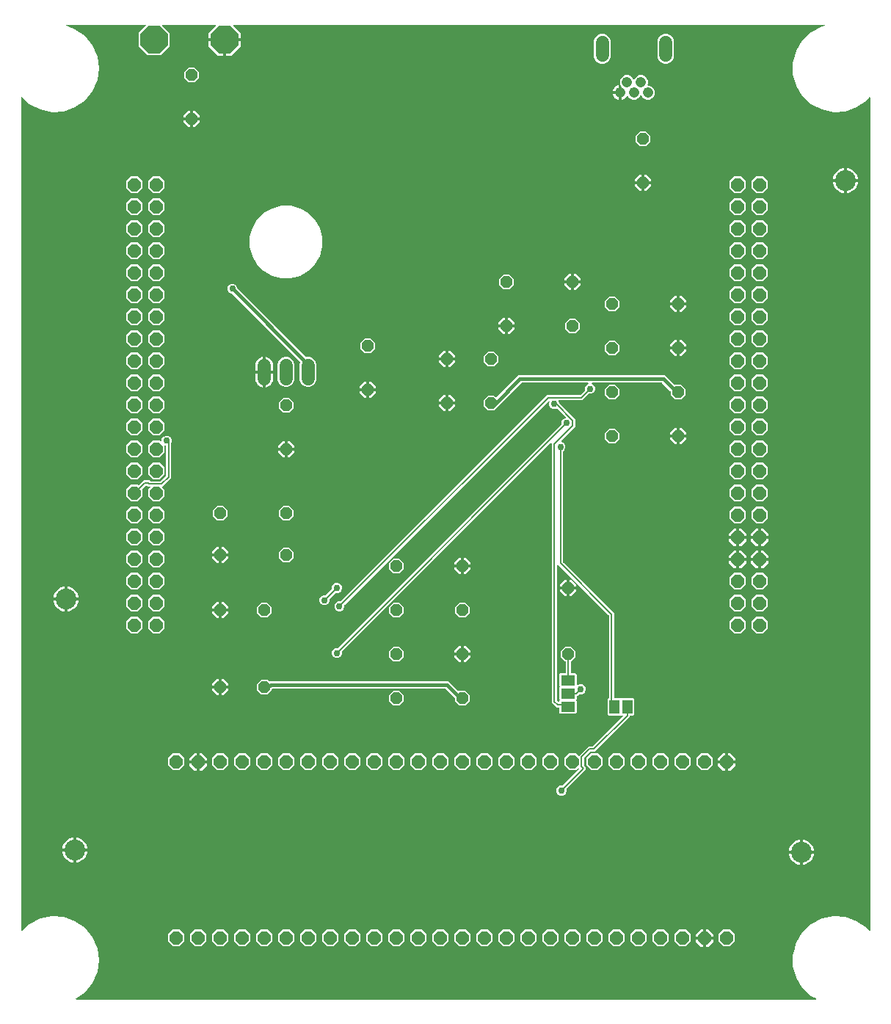
<source format=gbr>
G04 EAGLE Gerber RS-274X export*
G75*
%MOMM*%
%FSLAX34Y34*%
%LPD*%
%INBottom Copper*%
%IPPOS*%
%AMOC8*
5,1,8,0,0,1.08239X$1,22.5*%
G01*
%ADD10P,1.632244X8X112.500000*%
%ADD11P,1.632244X8X22.500000*%
%ADD12C,1.524000*%
%ADD13P,1.429621X8X292.500000*%
%ADD14C,1.508000*%
%ADD15C,1.208000*%
%ADD16P,1.429621X8X202.500000*%
%ADD17P,1.429621X8X22.500000*%
%ADD18P,3.436588X8X22.500000*%
%ADD19R,1.600200X1.168400*%
%ADD20C,2.400000*%
%ADD21R,1.168400X1.600200*%
%ADD22C,0.756400*%
%ADD23C,0.457200*%
%ADD24C,0.203200*%

G36*
X928298Y-210809D02*
X928298Y-210809D01*
X928363Y-210808D01*
X928419Y-210789D01*
X928476Y-210780D01*
X928534Y-210749D01*
X928596Y-210728D01*
X928642Y-210692D01*
X928694Y-210664D01*
X928738Y-210617D01*
X928790Y-210577D01*
X928823Y-210529D01*
X928863Y-210486D01*
X928890Y-210427D01*
X928927Y-210373D01*
X928942Y-210316D01*
X928967Y-210263D01*
X928974Y-210198D01*
X928991Y-210135D01*
X928987Y-210077D01*
X928994Y-210019D01*
X928980Y-209955D01*
X928976Y-209890D01*
X928954Y-209835D01*
X928942Y-209778D01*
X928908Y-209722D01*
X928884Y-209662D01*
X928845Y-209617D01*
X928815Y-209567D01*
X928766Y-209525D01*
X928723Y-209475D01*
X928654Y-209429D01*
X928628Y-209407D01*
X928610Y-209400D01*
X928584Y-209382D01*
X923208Y-206597D01*
X913099Y-197155D01*
X905912Y-185336D01*
X902180Y-172016D01*
X902180Y-158184D01*
X902305Y-157737D01*
X904011Y-151647D01*
X905077Y-147841D01*
X905078Y-147841D01*
X905078Y-147840D01*
X905912Y-144864D01*
X913099Y-133045D01*
X923208Y-123603D01*
X935490Y-117239D01*
X949034Y-114425D01*
X962834Y-115369D01*
X975868Y-120001D01*
X987169Y-127978D01*
X990010Y-131469D01*
X990092Y-131542D01*
X990172Y-131618D01*
X990184Y-131624D01*
X990194Y-131633D01*
X990295Y-131676D01*
X990395Y-131722D01*
X990408Y-131723D01*
X990420Y-131729D01*
X990530Y-131737D01*
X990639Y-131749D01*
X990652Y-131746D01*
X990665Y-131747D01*
X990772Y-131720D01*
X990880Y-131697D01*
X990891Y-131690D01*
X990904Y-131687D01*
X990996Y-131627D01*
X991091Y-131571D01*
X991099Y-131561D01*
X991110Y-131554D01*
X991179Y-131468D01*
X991251Y-131384D01*
X991256Y-131372D01*
X991264Y-131361D01*
X991302Y-131258D01*
X991343Y-131156D01*
X991345Y-131140D01*
X991348Y-131130D01*
X991349Y-131102D01*
X991361Y-130989D01*
X991361Y829489D01*
X991343Y829598D01*
X991329Y829707D01*
X991324Y829719D01*
X991321Y829732D01*
X991270Y829829D01*
X991222Y829928D01*
X991213Y829938D01*
X991206Y829949D01*
X991127Y830025D01*
X991049Y830104D01*
X991038Y830109D01*
X991028Y830118D01*
X990928Y830165D01*
X990830Y830215D01*
X990817Y830217D01*
X990805Y830222D01*
X990695Y830234D01*
X990586Y830250D01*
X990573Y830248D01*
X990561Y830249D01*
X990453Y830226D01*
X990344Y830206D01*
X990333Y830200D01*
X990320Y830197D01*
X990226Y830140D01*
X990129Y830087D01*
X990118Y830076D01*
X990109Y830071D01*
X990091Y830049D01*
X990009Y829969D01*
X987169Y826478D01*
X975868Y818501D01*
X962834Y813869D01*
X949034Y812925D01*
X935490Y815739D01*
X923208Y822103D01*
X913099Y831545D01*
X905912Y843364D01*
X902180Y856684D01*
X902180Y870516D01*
X902448Y871473D01*
X904154Y877563D01*
X905860Y883653D01*
X905912Y883836D01*
X913099Y895655D01*
X923208Y905097D01*
X935490Y911461D01*
X938724Y912133D01*
X938766Y912149D01*
X938811Y912157D01*
X938880Y912193D01*
X938953Y912221D01*
X938988Y912250D01*
X939029Y912272D01*
X939083Y912328D01*
X939143Y912378D01*
X939167Y912417D01*
X939198Y912450D01*
X939231Y912521D01*
X939272Y912587D01*
X939283Y912632D01*
X939302Y912673D01*
X939310Y912751D01*
X939328Y912826D01*
X939324Y912872D01*
X939329Y912917D01*
X939312Y912994D01*
X939305Y913071D01*
X939286Y913113D01*
X939277Y913158D01*
X939237Y913225D01*
X939205Y913296D01*
X939174Y913330D01*
X939150Y913369D01*
X939091Y913420D01*
X939038Y913477D01*
X938998Y913499D01*
X938964Y913529D01*
X938891Y913558D01*
X938823Y913596D01*
X938778Y913604D01*
X938735Y913621D01*
X938599Y913636D01*
X938581Y913639D01*
X938575Y913639D01*
X938569Y913639D01*
X257242Y913639D01*
X257172Y913628D01*
X257100Y913626D01*
X257051Y913608D01*
X257000Y913600D01*
X256936Y913566D01*
X256869Y913541D01*
X256828Y913509D01*
X256782Y913484D01*
X256733Y913432D01*
X256677Y913388D01*
X256649Y913344D01*
X256613Y913306D01*
X256583Y913241D01*
X256544Y913181D01*
X256531Y913130D01*
X256509Y913083D01*
X256501Y913012D01*
X256484Y912942D01*
X256488Y912890D01*
X256482Y912839D01*
X256497Y912768D01*
X256503Y912697D01*
X256523Y912649D01*
X256534Y912598D01*
X256571Y912537D01*
X256599Y912471D01*
X256644Y912415D01*
X256661Y912387D01*
X256678Y912372D01*
X256704Y912340D01*
X264796Y904248D01*
X264796Y898143D01*
X247142Y898143D01*
X247122Y898140D01*
X247103Y898142D01*
X247001Y898120D01*
X246899Y898103D01*
X246882Y898094D01*
X246862Y898090D01*
X246773Y898037D01*
X246682Y897988D01*
X246668Y897974D01*
X246651Y897964D01*
X246584Y897885D01*
X246513Y897810D01*
X246504Y897792D01*
X246491Y897777D01*
X246453Y897681D01*
X246409Y897587D01*
X246407Y897567D01*
X246399Y897549D01*
X246381Y897382D01*
X246381Y896619D01*
X246379Y896619D01*
X246379Y897382D01*
X246376Y897402D01*
X246378Y897421D01*
X246356Y897523D01*
X246339Y897625D01*
X246330Y897642D01*
X246326Y897662D01*
X246273Y897751D01*
X246224Y897842D01*
X246210Y897856D01*
X246200Y897873D01*
X246121Y897940D01*
X246046Y898011D01*
X246028Y898020D01*
X246013Y898033D01*
X245917Y898072D01*
X245823Y898115D01*
X245803Y898117D01*
X245785Y898125D01*
X245618Y898143D01*
X227964Y898143D01*
X227964Y904248D01*
X236056Y912340D01*
X236098Y912398D01*
X236147Y912450D01*
X236169Y912497D01*
X236200Y912539D01*
X236221Y912608D01*
X236251Y912673D01*
X236257Y912725D01*
X236272Y912775D01*
X236270Y912846D01*
X236278Y912917D01*
X236267Y912968D01*
X236266Y913020D01*
X236241Y913088D01*
X236226Y913158D01*
X236199Y913203D01*
X236181Y913251D01*
X236136Y913307D01*
X236099Y913369D01*
X236060Y913403D01*
X236027Y913443D01*
X235967Y913482D01*
X235913Y913529D01*
X235864Y913548D01*
X235820Y913576D01*
X235751Y913594D01*
X235684Y913621D01*
X235613Y913629D01*
X235582Y913637D01*
X235559Y913635D01*
X235518Y913639D01*
X175244Y913639D01*
X175173Y913628D01*
X175101Y913626D01*
X175052Y913608D01*
X175001Y913600D01*
X174938Y913566D01*
X174870Y913541D01*
X174830Y913509D01*
X174784Y913484D01*
X174734Y913432D01*
X174678Y913388D01*
X174650Y913344D01*
X174614Y913306D01*
X174584Y913241D01*
X174545Y913181D01*
X174533Y913130D01*
X174511Y913083D01*
X174503Y913012D01*
X174485Y912942D01*
X174489Y912890D01*
X174484Y912839D01*
X174499Y912768D01*
X174504Y912697D01*
X174525Y912649D01*
X174536Y912598D01*
X174573Y912537D01*
X174601Y912471D01*
X174646Y912415D01*
X174662Y912387D01*
X174680Y912372D01*
X174706Y912340D01*
X183008Y904038D01*
X183008Y889202D01*
X172518Y878712D01*
X157682Y878712D01*
X147192Y889202D01*
X147192Y904038D01*
X155494Y912340D01*
X155536Y912398D01*
X155586Y912450D01*
X155608Y912497D01*
X155638Y912539D01*
X155659Y912608D01*
X155689Y912673D01*
X155695Y912725D01*
X155710Y912775D01*
X155708Y912846D01*
X155716Y912917D01*
X155705Y912968D01*
X155704Y913020D01*
X155679Y913088D01*
X155664Y913158D01*
X155637Y913203D01*
X155619Y913251D01*
X155575Y913307D01*
X155538Y913369D01*
X155498Y913403D01*
X155466Y913443D01*
X155405Y913482D01*
X155351Y913529D01*
X155303Y913548D01*
X155259Y913576D01*
X155189Y913594D01*
X155123Y913621D01*
X155051Y913629D01*
X155020Y913637D01*
X154997Y913635D01*
X154956Y913639D01*
X64682Y913639D01*
X64568Y913621D01*
X64452Y913604D01*
X64446Y913601D01*
X64440Y913600D01*
X64337Y913545D01*
X64233Y913492D01*
X64228Y913487D01*
X64222Y913484D01*
X64142Y913400D01*
X64060Y913317D01*
X64057Y913311D01*
X64053Y913306D01*
X64004Y913201D01*
X63953Y913095D01*
X63952Y913089D01*
X63949Y913083D01*
X63937Y912968D01*
X63922Y912851D01*
X63923Y912845D01*
X63922Y912839D01*
X63947Y912724D01*
X63970Y912610D01*
X63973Y912605D01*
X63975Y912598D01*
X64035Y912498D01*
X64092Y912397D01*
X64097Y912393D01*
X64101Y912387D01*
X64189Y912311D01*
X64277Y912234D01*
X64284Y912231D01*
X64288Y912227D01*
X64305Y912220D01*
X64428Y912161D01*
X74168Y908699D01*
X85469Y900722D01*
X94199Y889992D01*
X99710Y877304D01*
X101594Y863600D01*
X99710Y849896D01*
X94199Y837208D01*
X85469Y826478D01*
X74168Y818501D01*
X61134Y813869D01*
X47334Y812925D01*
X33790Y815739D01*
X21508Y822103D01*
X13220Y829844D01*
X13171Y829877D01*
X13128Y829918D01*
X13069Y829945D01*
X13015Y829981D01*
X12958Y829996D01*
X12905Y830021D01*
X12840Y830028D01*
X12778Y830045D01*
X12719Y830042D01*
X12661Y830048D01*
X12597Y830034D01*
X12532Y830031D01*
X12478Y830008D01*
X12420Y829996D01*
X12364Y829963D01*
X12304Y829938D01*
X12259Y829900D01*
X12209Y829870D01*
X12167Y829820D01*
X12117Y829778D01*
X12087Y829728D01*
X12049Y829683D01*
X12025Y829622D01*
X11992Y829567D01*
X11979Y829509D01*
X11957Y829455D01*
X11946Y829357D01*
X11940Y829326D01*
X11941Y829312D01*
X11939Y829288D01*
X11939Y-130788D01*
X11948Y-130846D01*
X11948Y-130905D01*
X11968Y-130967D01*
X11978Y-131031D01*
X12006Y-131083D01*
X12024Y-131139D01*
X12063Y-131191D01*
X12094Y-131248D01*
X12136Y-131289D01*
X12171Y-131336D01*
X12225Y-131373D01*
X12272Y-131418D01*
X12325Y-131442D01*
X12374Y-131476D01*
X12436Y-131494D01*
X12495Y-131521D01*
X12553Y-131528D01*
X12610Y-131544D01*
X12675Y-131541D01*
X12739Y-131548D01*
X12797Y-131536D01*
X12856Y-131533D01*
X12916Y-131510D01*
X12980Y-131496D01*
X13030Y-131466D01*
X13085Y-131445D01*
X13163Y-131386D01*
X13191Y-131370D01*
X13201Y-131359D01*
X13220Y-131344D01*
X21508Y-123603D01*
X33790Y-117239D01*
X47334Y-114425D01*
X61134Y-115369D01*
X74168Y-120001D01*
X85469Y-127978D01*
X94199Y-138708D01*
X99710Y-151396D01*
X101594Y-165100D01*
X99710Y-178804D01*
X94199Y-191492D01*
X85469Y-202222D01*
X75249Y-209436D01*
X75239Y-209445D01*
X75228Y-209452D01*
X75152Y-209531D01*
X75074Y-209609D01*
X75068Y-209620D01*
X75058Y-209630D01*
X75012Y-209730D01*
X74962Y-209828D01*
X74960Y-209841D01*
X74955Y-209853D01*
X74943Y-209962D01*
X74927Y-210071D01*
X74929Y-210084D01*
X74928Y-210097D01*
X74951Y-210205D01*
X74971Y-210313D01*
X74977Y-210325D01*
X74980Y-210338D01*
X75037Y-210433D01*
X75090Y-210529D01*
X75099Y-210538D01*
X75106Y-210549D01*
X75190Y-210620D01*
X75271Y-210695D01*
X75283Y-210700D01*
X75293Y-210709D01*
X75395Y-210750D01*
X75496Y-210795D01*
X75509Y-210796D01*
X75521Y-210801D01*
X75688Y-210819D01*
X928234Y-210819D01*
X928298Y-210809D01*
G37*
%LPC*%
G36*
X633843Y24665D02*
X633843Y24665D01*
X631706Y25551D01*
X630071Y27186D01*
X629185Y29323D01*
X629185Y31637D01*
X630071Y33774D01*
X631706Y35409D01*
X633843Y36295D01*
X636188Y36295D01*
X636278Y36309D01*
X636369Y36317D01*
X636399Y36329D01*
X636431Y36334D01*
X636511Y36377D01*
X636595Y36413D01*
X636627Y36439D01*
X636648Y36450D01*
X636670Y36473D01*
X636726Y36518D01*
X655550Y55342D01*
X655562Y55358D01*
X655577Y55370D01*
X655633Y55458D01*
X655694Y55541D01*
X655700Y55560D01*
X655710Y55577D01*
X655736Y55678D01*
X655766Y55777D01*
X655766Y55796D01*
X655770Y55816D01*
X655762Y55919D01*
X655760Y56022D01*
X655753Y56041D01*
X655751Y56061D01*
X655711Y56156D01*
X655675Y56253D01*
X655663Y56269D01*
X655655Y56287D01*
X655550Y56418D01*
X655391Y56577D01*
X655375Y56589D01*
X655363Y56604D01*
X655275Y56660D01*
X655192Y56721D01*
X655173Y56726D01*
X655156Y56737D01*
X655055Y56762D01*
X654957Y56793D01*
X654937Y56792D01*
X654917Y56797D01*
X654814Y56789D01*
X654711Y56787D01*
X654692Y56780D01*
X654672Y56778D01*
X654577Y56738D01*
X654480Y56702D01*
X654464Y56690D01*
X654446Y56682D01*
X654315Y56577D01*
X651665Y53927D01*
X643735Y53927D01*
X638127Y59535D01*
X638127Y67465D01*
X643735Y73073D01*
X651665Y73073D01*
X654315Y70423D01*
X654331Y70411D01*
X654343Y70396D01*
X654431Y70340D01*
X654515Y70279D01*
X654534Y70274D01*
X654550Y70263D01*
X654651Y70238D01*
X654750Y70207D01*
X654770Y70208D01*
X654789Y70203D01*
X654892Y70211D01*
X654996Y70213D01*
X655014Y70220D01*
X655034Y70222D01*
X655129Y70262D01*
X655227Y70298D01*
X655242Y70310D01*
X655260Y70318D01*
X655391Y70423D01*
X666249Y81281D01*
X671014Y81281D01*
X671104Y81295D01*
X671195Y81303D01*
X671225Y81315D01*
X671257Y81320D01*
X671337Y81363D01*
X671421Y81399D01*
X671453Y81425D01*
X671474Y81436D01*
X671496Y81459D01*
X671552Y81504D01*
X705715Y115667D01*
X705757Y115725D01*
X705806Y115777D01*
X705828Y115824D01*
X705859Y115866D01*
X705880Y115935D01*
X705910Y116000D01*
X705916Y116052D01*
X705931Y116102D01*
X705929Y116173D01*
X705937Y116244D01*
X705926Y116295D01*
X705925Y116347D01*
X705900Y116415D01*
X705885Y116485D01*
X705858Y116530D01*
X705840Y116578D01*
X705795Y116634D01*
X705759Y116696D01*
X705719Y116730D01*
X705687Y116770D01*
X705626Y116809D01*
X705572Y116856D01*
X705523Y116875D01*
X705480Y116903D01*
X705410Y116921D01*
X705344Y116948D01*
X705272Y116956D01*
X705241Y116964D01*
X705218Y116962D01*
X705177Y116966D01*
X704516Y116966D01*
X704118Y117364D01*
X704102Y117376D01*
X704090Y117391D01*
X704003Y117447D01*
X703919Y117508D01*
X703900Y117513D01*
X703883Y117524D01*
X703782Y117549D01*
X703683Y117580D01*
X703664Y117579D01*
X703644Y117584D01*
X703541Y117576D01*
X703438Y117574D01*
X703419Y117567D01*
X703399Y117565D01*
X703304Y117525D01*
X703207Y117489D01*
X703191Y117477D01*
X703173Y117469D01*
X703042Y117364D01*
X702644Y116966D01*
X689276Y116966D01*
X688085Y118157D01*
X688085Y135843D01*
X689310Y137068D01*
X689345Y137073D01*
X689362Y137083D01*
X689382Y137087D01*
X689471Y137140D01*
X689562Y137189D01*
X689576Y137203D01*
X689593Y137213D01*
X689660Y137292D01*
X689732Y137367D01*
X689740Y137385D01*
X689753Y137400D01*
X689792Y137496D01*
X689835Y137590D01*
X689837Y137610D01*
X689845Y137628D01*
X689863Y137795D01*
X689863Y232102D01*
X689849Y232192D01*
X689841Y232283D01*
X689829Y232313D01*
X689824Y232345D01*
X689781Y232425D01*
X689745Y232509D01*
X689719Y232541D01*
X689708Y232562D01*
X689685Y232584D01*
X689640Y232640D01*
X631220Y291060D01*
X631162Y291102D01*
X631110Y291151D01*
X631063Y291173D01*
X631021Y291204D01*
X630952Y291225D01*
X630887Y291255D01*
X630835Y291261D01*
X630785Y291276D01*
X630714Y291274D01*
X630643Y291282D01*
X630592Y291271D01*
X630540Y291270D01*
X630472Y291245D01*
X630402Y291230D01*
X630357Y291203D01*
X630309Y291185D01*
X630253Y291140D01*
X630191Y291104D01*
X630157Y291064D01*
X630117Y291032D01*
X630078Y290971D01*
X630031Y290917D01*
X630012Y290868D01*
X629984Y290825D01*
X629966Y290755D01*
X629939Y290689D01*
X629931Y290617D01*
X629923Y290586D01*
X629925Y290563D01*
X629921Y290522D01*
X629921Y134674D01*
X629935Y134584D01*
X629943Y134493D01*
X629955Y134463D01*
X629960Y134431D01*
X630003Y134351D01*
X630039Y134267D01*
X630065Y134235D01*
X630076Y134214D01*
X630099Y134192D01*
X630144Y134136D01*
X631287Y132993D01*
X631345Y132951D01*
X631397Y132902D01*
X631444Y132880D01*
X631486Y132849D01*
X631555Y132828D01*
X631620Y132798D01*
X631672Y132792D01*
X631722Y132777D01*
X631793Y132779D01*
X631864Y132771D01*
X631915Y132782D01*
X631967Y132783D01*
X632035Y132808D01*
X632105Y132823D01*
X632150Y132850D01*
X632198Y132868D01*
X632254Y132913D01*
X632316Y132949D01*
X632350Y132989D01*
X632390Y133021D01*
X632429Y133082D01*
X632476Y133136D01*
X632495Y133185D01*
X632523Y133228D01*
X632541Y133298D01*
X632568Y133364D01*
X632576Y133436D01*
X632584Y133467D01*
X632582Y133490D01*
X632586Y133531D01*
X632586Y133684D01*
X632984Y134082D01*
X632996Y134098D01*
X633011Y134110D01*
X633067Y134197D01*
X633128Y134281D01*
X633133Y134300D01*
X633144Y134317D01*
X633169Y134418D01*
X633200Y134517D01*
X633199Y134536D01*
X633204Y134556D01*
X633196Y134659D01*
X633194Y134762D01*
X633187Y134781D01*
X633185Y134801D01*
X633145Y134896D01*
X633109Y134993D01*
X633097Y135009D01*
X633089Y135027D01*
X632984Y135158D01*
X632586Y135556D01*
X632586Y148924D01*
X632984Y149322D01*
X632996Y149338D01*
X633011Y149350D01*
X633067Y149437D01*
X633128Y149521D01*
X633133Y149540D01*
X633144Y149557D01*
X633169Y149658D01*
X633200Y149757D01*
X633199Y149776D01*
X633204Y149796D01*
X633196Y149899D01*
X633194Y150002D01*
X633187Y150021D01*
X633185Y150041D01*
X633145Y150136D01*
X633109Y150233D01*
X633097Y150249D01*
X633089Y150267D01*
X632984Y150398D01*
X632586Y150796D01*
X632586Y164164D01*
X633777Y165355D01*
X639318Y165355D01*
X639338Y165358D01*
X639357Y165356D01*
X639459Y165378D01*
X639561Y165394D01*
X639578Y165404D01*
X639598Y165408D01*
X639687Y165461D01*
X639778Y165510D01*
X639792Y165524D01*
X639809Y165534D01*
X639876Y165613D01*
X639948Y165688D01*
X639956Y165706D01*
X639969Y165721D01*
X640008Y165817D01*
X640051Y165911D01*
X640053Y165931D01*
X640061Y165949D01*
X640079Y166116D01*
X640079Y178562D01*
X640076Y178582D01*
X640078Y178601D01*
X640056Y178703D01*
X640040Y178805D01*
X640030Y178822D01*
X640026Y178842D01*
X639973Y178931D01*
X639924Y179022D01*
X639910Y179036D01*
X639900Y179053D01*
X639821Y179120D01*
X639746Y179192D01*
X639728Y179200D01*
X639713Y179213D01*
X639617Y179252D01*
X639523Y179295D01*
X639503Y179297D01*
X639485Y179305D01*
X639318Y179323D01*
X639043Y179323D01*
X633983Y184383D01*
X633983Y191537D01*
X639043Y196597D01*
X646197Y196597D01*
X651257Y191537D01*
X651257Y184383D01*
X646400Y179526D01*
X646347Y179452D01*
X646287Y179382D01*
X646275Y179352D01*
X646256Y179326D01*
X646229Y179239D01*
X646195Y179154D01*
X646191Y179113D01*
X646184Y179091D01*
X646185Y179059D01*
X646177Y178987D01*
X646177Y166116D01*
X646180Y166096D01*
X646178Y166077D01*
X646200Y165975D01*
X646216Y165873D01*
X646226Y165856D01*
X646230Y165836D01*
X646283Y165747D01*
X646332Y165656D01*
X646346Y165642D01*
X646356Y165625D01*
X646435Y165558D01*
X646510Y165486D01*
X646528Y165478D01*
X646543Y165465D01*
X646639Y165426D01*
X646733Y165383D01*
X646753Y165381D01*
X646771Y165373D01*
X646938Y165355D01*
X651463Y165355D01*
X652654Y164164D01*
X652654Y152683D01*
X652665Y152612D01*
X652667Y152540D01*
X652685Y152491D01*
X652693Y152440D01*
X652727Y152377D01*
X652752Y152309D01*
X652784Y152269D01*
X652809Y152223D01*
X652860Y152173D01*
X652905Y152117D01*
X652949Y152089D01*
X652987Y152053D01*
X653052Y152023D01*
X653112Y151984D01*
X653163Y151972D01*
X653210Y151950D01*
X653281Y151942D01*
X653351Y151924D01*
X653403Y151928D01*
X653454Y151923D01*
X653525Y151938D01*
X653596Y151943D01*
X653644Y151964D01*
X653695Y151975D01*
X653756Y152012D01*
X653822Y152040D01*
X653878Y152085D01*
X653906Y152101D01*
X653921Y152119D01*
X653953Y152145D01*
X654058Y152249D01*
X656195Y153135D01*
X658509Y153135D01*
X660646Y152249D01*
X662281Y150614D01*
X663167Y148477D01*
X663167Y146163D01*
X662281Y144026D01*
X660646Y142391D01*
X658509Y141505D01*
X656164Y141505D01*
X656074Y141491D01*
X655983Y141483D01*
X655953Y141471D01*
X655921Y141466D01*
X655841Y141423D01*
X655757Y141387D01*
X655725Y141361D01*
X655704Y141350D01*
X655682Y141327D01*
X655626Y141282D01*
X653535Y139191D01*
X653415Y139191D01*
X653395Y139188D01*
X653376Y139190D01*
X653274Y139168D01*
X653172Y139152D01*
X653155Y139142D01*
X653135Y139138D01*
X653046Y139085D01*
X652955Y139036D01*
X652941Y139022D01*
X652924Y139012D01*
X652857Y138933D01*
X652785Y138858D01*
X652777Y138840D01*
X652764Y138825D01*
X652725Y138729D01*
X652682Y138635D01*
X652680Y138615D01*
X652672Y138597D01*
X652654Y138430D01*
X652654Y135556D01*
X652256Y135158D01*
X652244Y135142D01*
X652229Y135130D01*
X652173Y135042D01*
X652112Y134959D01*
X652107Y134940D01*
X652096Y134923D01*
X652071Y134822D01*
X652040Y134723D01*
X652041Y134704D01*
X652036Y134684D01*
X652044Y134581D01*
X652046Y134478D01*
X652053Y134459D01*
X652055Y134439D01*
X652095Y134344D01*
X652131Y134247D01*
X652143Y134231D01*
X652151Y134213D01*
X652256Y134082D01*
X652654Y133684D01*
X652654Y120316D01*
X651463Y119125D01*
X633777Y119125D01*
X632586Y120316D01*
X632586Y125222D01*
X632583Y125242D01*
X632585Y125261D01*
X632563Y125363D01*
X632547Y125465D01*
X632537Y125482D01*
X632533Y125502D01*
X632480Y125591D01*
X632431Y125682D01*
X632417Y125696D01*
X632407Y125713D01*
X632328Y125780D01*
X632253Y125852D01*
X632235Y125860D01*
X632220Y125873D01*
X632124Y125912D01*
X632030Y125955D01*
X632010Y125957D01*
X631992Y125965D01*
X631825Y125983D01*
X629673Y125983D01*
X623823Y131833D01*
X623823Y430730D01*
X623812Y430801D01*
X623810Y430872D01*
X623792Y430921D01*
X623784Y430973D01*
X623750Y431036D01*
X623725Y431103D01*
X623693Y431144D01*
X623668Y431190D01*
X623616Y431239D01*
X623572Y431295D01*
X623528Y431324D01*
X623490Y431359D01*
X623425Y431390D01*
X623365Y431428D01*
X623314Y431441D01*
X623267Y431463D01*
X623196Y431471D01*
X623126Y431488D01*
X623074Y431484D01*
X623023Y431490D01*
X622952Y431475D01*
X622881Y431469D01*
X622833Y431449D01*
X622782Y431438D01*
X622721Y431401D01*
X622655Y431373D01*
X622599Y431328D01*
X622571Y431312D01*
X622556Y431294D01*
X622524Y431268D01*
X381958Y190702D01*
X381905Y190628D01*
X381845Y190559D01*
X381833Y190529D01*
X381814Y190502D01*
X381787Y190415D01*
X381753Y190331D01*
X381749Y190290D01*
X381742Y190267D01*
X381743Y190235D01*
X381735Y190164D01*
X381735Y187819D01*
X380849Y185682D01*
X379214Y184047D01*
X377077Y183161D01*
X374763Y183161D01*
X372626Y184047D01*
X370991Y185682D01*
X370105Y187819D01*
X370105Y190133D01*
X370991Y192270D01*
X372626Y193905D01*
X374763Y194791D01*
X377108Y194791D01*
X377198Y194805D01*
X377289Y194813D01*
X377319Y194825D01*
X377351Y194830D01*
X377431Y194873D01*
X377515Y194909D01*
X377547Y194935D01*
X377568Y194946D01*
X377590Y194969D01*
X377646Y195014D01*
X635058Y452426D01*
X635111Y452500D01*
X635171Y452569D01*
X635183Y452599D01*
X635202Y452626D01*
X635229Y452713D01*
X635263Y452797D01*
X635267Y452838D01*
X635274Y452861D01*
X635273Y452893D01*
X635281Y452964D01*
X635281Y455309D01*
X636167Y457446D01*
X637802Y459081D01*
X639728Y459879D01*
X639767Y459904D01*
X639811Y459919D01*
X639871Y459968D01*
X639938Y460009D01*
X639967Y460044D01*
X640003Y460073D01*
X640045Y460138D01*
X640094Y460198D01*
X640111Y460241D01*
X640136Y460280D01*
X640155Y460355D01*
X640183Y460428D01*
X640184Y460474D01*
X640196Y460518D01*
X640190Y460596D01*
X640193Y460674D01*
X640180Y460718D01*
X640177Y460764D01*
X640146Y460835D01*
X640124Y460910D01*
X640098Y460948D01*
X640080Y460990D01*
X640003Y461087D01*
X639998Y461094D01*
X639994Y461098D01*
X639984Y461112D01*
X639980Y461115D01*
X639975Y461121D01*
X630070Y471026D01*
X629975Y471095D01*
X629881Y471164D01*
X629876Y471166D01*
X629870Y471170D01*
X629759Y471204D01*
X629648Y471240D01*
X629641Y471240D01*
X629635Y471242D01*
X629519Y471239D01*
X629402Y471238D01*
X629394Y471236D01*
X629389Y471236D01*
X629372Y471229D01*
X629241Y471191D01*
X628029Y470689D01*
X625715Y470689D01*
X623578Y471575D01*
X621943Y473210D01*
X621057Y475347D01*
X621057Y477661D01*
X621672Y479146D01*
X621695Y479240D01*
X621723Y479333D01*
X621723Y479360D01*
X621729Y479385D01*
X621719Y479482D01*
X621717Y479579D01*
X621708Y479604D01*
X621705Y479630D01*
X621666Y479719D01*
X621632Y479810D01*
X621616Y479831D01*
X621605Y479855D01*
X621540Y479926D01*
X621479Y480002D01*
X621457Y480017D01*
X621439Y480036D01*
X621354Y480083D01*
X621272Y480135D01*
X621246Y480142D01*
X621224Y480154D01*
X621128Y480172D01*
X621033Y480195D01*
X621007Y480193D01*
X620981Y480198D01*
X620885Y480184D01*
X620788Y480176D01*
X620764Y480166D01*
X620738Y480162D01*
X620651Y480118D01*
X620562Y480080D01*
X620536Y480060D01*
X620519Y480051D01*
X620496Y480027D01*
X620431Y479975D01*
X385006Y244550D01*
X384953Y244476D01*
X384893Y244407D01*
X384881Y244377D01*
X384862Y244350D01*
X384835Y244263D01*
X384801Y244179D01*
X384797Y244138D01*
X384790Y244115D01*
X384791Y244083D01*
X384783Y244012D01*
X384783Y241667D01*
X383897Y239530D01*
X382262Y237895D01*
X380125Y237009D01*
X377811Y237009D01*
X375674Y237895D01*
X374039Y239530D01*
X373153Y241667D01*
X373153Y243981D01*
X374039Y246118D01*
X375674Y247753D01*
X377811Y248639D01*
X380156Y248639D01*
X380246Y248653D01*
X380337Y248661D01*
X380367Y248673D01*
X380399Y248678D01*
X380479Y248721D01*
X380563Y248757D01*
X380595Y248783D01*
X380616Y248794D01*
X380638Y248817D01*
X380694Y248862D01*
X618497Y486665D01*
X656282Y486665D01*
X656372Y486679D01*
X656463Y486687D01*
X656493Y486699D01*
X656525Y486704D01*
X656605Y486747D01*
X656689Y486783D01*
X656721Y486809D01*
X656742Y486820D01*
X656764Y486843D01*
X656820Y486888D01*
X661982Y492050D01*
X662026Y492111D01*
X662061Y492148D01*
X662067Y492161D01*
X662095Y492193D01*
X662107Y492223D01*
X662126Y492250D01*
X662153Y492337D01*
X662187Y492421D01*
X662191Y492462D01*
X662198Y492485D01*
X662197Y492517D01*
X662205Y492588D01*
X662205Y494933D01*
X663091Y497070D01*
X664726Y498705D01*
X665845Y499169D01*
X665927Y499220D01*
X666013Y499266D01*
X666031Y499285D01*
X666054Y499298D01*
X666116Y499373D01*
X666183Y499444D01*
X666194Y499468D01*
X666210Y499488D01*
X666245Y499579D01*
X666286Y499667D01*
X666289Y499693D01*
X666299Y499717D01*
X666303Y499815D01*
X666313Y499911D01*
X666308Y499937D01*
X666309Y499963D01*
X666282Y500057D01*
X666261Y500152D01*
X666248Y500174D01*
X666240Y500199D01*
X666185Y500279D01*
X666135Y500363D01*
X666115Y500380D01*
X666100Y500401D01*
X666022Y500460D01*
X665948Y500523D01*
X665924Y500533D01*
X665903Y500548D01*
X665810Y500578D01*
X665720Y500615D01*
X665687Y500618D01*
X665669Y500624D01*
X665636Y500624D01*
X665553Y500633D01*
X589352Y500633D01*
X589262Y500619D01*
X589171Y500611D01*
X589141Y500599D01*
X589109Y500594D01*
X589029Y500551D01*
X588945Y500515D01*
X588913Y500489D01*
X588892Y500478D01*
X588870Y500455D01*
X588814Y500410D01*
X562580Y474176D01*
X562553Y474139D01*
X557297Y468883D01*
X550143Y468883D01*
X545083Y473943D01*
X545083Y481097D01*
X550143Y486157D01*
X557297Y486157D01*
X559283Y484171D01*
X559299Y484160D01*
X559312Y484144D01*
X559399Y484088D01*
X559483Y484028D01*
X559502Y484022D01*
X559519Y484011D01*
X559619Y483986D01*
X559718Y483955D01*
X559738Y483956D01*
X559757Y483951D01*
X559860Y483959D01*
X559964Y483962D01*
X559982Y483969D01*
X560002Y483970D01*
X560097Y484010D01*
X560195Y484046D01*
X560210Y484059D01*
X560229Y484066D01*
X560360Y484171D01*
X585459Y509271D01*
X754645Y509271D01*
X765012Y498903D01*
X765029Y498892D01*
X765041Y498876D01*
X765128Y498820D01*
X765212Y498760D01*
X765231Y498754D01*
X765248Y498743D01*
X765349Y498718D01*
X765447Y498687D01*
X765467Y498688D01*
X765487Y498683D01*
X765590Y498691D01*
X765693Y498694D01*
X765712Y498700D01*
X765732Y498702D01*
X765827Y498742D01*
X765924Y498778D01*
X765940Y498791D01*
X765958Y498798D01*
X766031Y498857D01*
X773197Y498857D01*
X778257Y493797D01*
X778257Y486643D01*
X773197Y481583D01*
X766043Y481583D01*
X760983Y486643D01*
X760983Y490402D01*
X760969Y490492D01*
X760961Y490583D01*
X760949Y490613D01*
X760944Y490645D01*
X760901Y490725D01*
X760865Y490809D01*
X760839Y490841D01*
X760828Y490862D01*
X760805Y490884D01*
X760760Y490940D01*
X751290Y500410D01*
X751216Y500463D01*
X751147Y500523D01*
X751117Y500535D01*
X751090Y500554D01*
X751003Y500581D01*
X750919Y500615D01*
X750878Y500619D01*
X750855Y500626D01*
X750823Y500625D01*
X750752Y500633D01*
X670487Y500633D01*
X670391Y500618D01*
X670294Y500608D01*
X670270Y500598D01*
X670244Y500594D01*
X670158Y500548D01*
X670069Y500508D01*
X670050Y500491D01*
X670027Y500478D01*
X669960Y500408D01*
X669888Y500342D01*
X669875Y500319D01*
X669857Y500300D01*
X669816Y500212D01*
X669769Y500126D01*
X669765Y500101D01*
X669754Y500077D01*
X669743Y499980D01*
X669726Y499884D01*
X669729Y499858D01*
X669727Y499833D01*
X669747Y499737D01*
X669761Y499641D01*
X669773Y499618D01*
X669779Y499592D01*
X669829Y499509D01*
X669873Y499422D01*
X669892Y499403D01*
X669905Y499381D01*
X669979Y499318D01*
X670049Y499250D01*
X670077Y499234D01*
X670092Y499221D01*
X670123Y499209D01*
X670195Y499169D01*
X671314Y498705D01*
X672949Y497070D01*
X673835Y494933D01*
X673835Y492619D01*
X672949Y490482D01*
X671314Y488847D01*
X669177Y487961D01*
X666832Y487961D01*
X666742Y487947D01*
X666651Y487939D01*
X666621Y487927D01*
X666589Y487922D01*
X666509Y487879D01*
X666425Y487843D01*
X666393Y487817D01*
X666372Y487806D01*
X666350Y487783D01*
X666294Y487738D01*
X659123Y480567D01*
X632622Y480567D01*
X632577Y480560D01*
X632531Y480562D01*
X632456Y480540D01*
X632379Y480528D01*
X632339Y480506D01*
X632295Y480493D01*
X632231Y480449D01*
X632162Y480412D01*
X632130Y480379D01*
X632093Y480353D01*
X632046Y480290D01*
X631993Y480234D01*
X631973Y480192D01*
X631946Y480156D01*
X631922Y480082D01*
X631889Y480011D01*
X631884Y479965D01*
X631870Y479922D01*
X631870Y479844D01*
X631862Y479767D01*
X631872Y479722D01*
X631872Y479676D01*
X631910Y479544D01*
X631914Y479526D01*
X631917Y479522D01*
X631919Y479515D01*
X632687Y477661D01*
X632687Y477348D01*
X632690Y477330D01*
X632688Y477311D01*
X632703Y477243D01*
X632709Y477167D01*
X632721Y477137D01*
X632726Y477105D01*
X632737Y477086D01*
X632740Y477071D01*
X632773Y477016D01*
X632805Y476941D01*
X632831Y476909D01*
X632842Y476888D01*
X632860Y476871D01*
X632866Y476860D01*
X632877Y476850D01*
X632910Y476810D01*
X649248Y460472D01*
X651257Y458463D01*
X651257Y449841D01*
X635105Y433689D01*
X635078Y433652D01*
X635044Y433621D01*
X635006Y433552D01*
X634961Y433489D01*
X634947Y433445D01*
X634925Y433405D01*
X634911Y433328D01*
X634889Y433254D01*
X634890Y433208D01*
X634882Y433163D01*
X634893Y433086D01*
X634895Y433008D01*
X634911Y432965D01*
X634917Y432920D01*
X634953Y432850D01*
X634979Y432777D01*
X635008Y432741D01*
X635029Y432700D01*
X635085Y432646D01*
X635133Y432585D01*
X635172Y432560D01*
X635205Y432528D01*
X635324Y432462D01*
X635340Y432452D01*
X635345Y432451D01*
X635351Y432447D01*
X637278Y431649D01*
X638913Y430014D01*
X639799Y427877D01*
X639799Y425563D01*
X638913Y423426D01*
X637256Y421768D01*
X637203Y421694D01*
X637143Y421625D01*
X637131Y421595D01*
X637112Y421569D01*
X637085Y421482D01*
X637051Y421397D01*
X637047Y421356D01*
X637040Y421334D01*
X637041Y421301D01*
X637033Y421230D01*
X637033Y294186D01*
X637047Y294096D01*
X637055Y294005D01*
X637067Y293975D01*
X637072Y293943D01*
X637115Y293863D01*
X637151Y293779D01*
X637177Y293747D01*
X637188Y293726D01*
X637211Y293704D01*
X637256Y293648D01*
X695961Y234943D01*
X695961Y137795D01*
X695964Y137775D01*
X695962Y137756D01*
X695984Y137654D01*
X696000Y137552D01*
X696010Y137535D01*
X696014Y137515D01*
X696067Y137426D01*
X696116Y137335D01*
X696130Y137321D01*
X696140Y137304D01*
X696219Y137237D01*
X696294Y137165D01*
X696312Y137157D01*
X696327Y137144D01*
X696423Y137105D01*
X696517Y137062D01*
X696537Y137060D01*
X696555Y137052D01*
X696722Y137034D01*
X702644Y137034D01*
X703042Y136636D01*
X703058Y136624D01*
X703070Y136609D01*
X703158Y136553D01*
X703241Y136492D01*
X703260Y136487D01*
X703277Y136476D01*
X703378Y136451D01*
X703477Y136420D01*
X703496Y136421D01*
X703516Y136416D01*
X703619Y136424D01*
X703722Y136426D01*
X703741Y136433D01*
X703761Y136435D01*
X703856Y136475D01*
X703953Y136511D01*
X703969Y136523D01*
X703987Y136531D01*
X704118Y136636D01*
X704516Y137034D01*
X717884Y137034D01*
X719075Y135843D01*
X719075Y118157D01*
X717884Y116966D01*
X715010Y116966D01*
X714990Y116963D01*
X714971Y116965D01*
X714869Y116943D01*
X714767Y116927D01*
X714750Y116917D01*
X714730Y116913D01*
X714641Y116860D01*
X714550Y116811D01*
X714536Y116797D01*
X714519Y116787D01*
X714452Y116708D01*
X714380Y116633D01*
X714372Y116615D01*
X714359Y116600D01*
X714320Y116504D01*
X714277Y116410D01*
X714275Y116390D01*
X714267Y116372D01*
X714249Y116205D01*
X714249Y115577D01*
X673855Y75183D01*
X669090Y75183D01*
X669000Y75169D01*
X668909Y75161D01*
X668879Y75149D01*
X668847Y75144D01*
X668767Y75101D01*
X668683Y75065D01*
X668651Y75039D01*
X668630Y75028D01*
X668608Y75005D01*
X668552Y74960D01*
X661640Y68048D01*
X661587Y67974D01*
X661527Y67905D01*
X661515Y67875D01*
X661496Y67848D01*
X661469Y67761D01*
X661435Y67677D01*
X661431Y67636D01*
X661424Y67613D01*
X661425Y67581D01*
X661417Y67510D01*
X661417Y59490D01*
X661431Y59400D01*
X661439Y59309D01*
X661451Y59279D01*
X661456Y59247D01*
X661499Y59167D01*
X661535Y59083D01*
X661561Y59051D01*
X661572Y59030D01*
X661595Y59008D01*
X661640Y58952D01*
X663449Y57143D01*
X663449Y54617D01*
X641038Y32206D01*
X640985Y32132D01*
X640925Y32063D01*
X640913Y32033D01*
X640894Y32006D01*
X640867Y31919D01*
X640833Y31835D01*
X640829Y31794D01*
X640822Y31771D01*
X640823Y31739D01*
X640815Y31668D01*
X640815Y29323D01*
X639929Y27186D01*
X638294Y25551D01*
X636157Y24665D01*
X633843Y24665D01*
G37*
%LPD*%
%LPC*%
G36*
X311982Y621029D02*
X311982Y621029D01*
X301323Y623885D01*
X291766Y629403D01*
X283963Y637206D01*
X278445Y646763D01*
X275589Y657422D01*
X275589Y668458D01*
X278445Y679117D01*
X283963Y688674D01*
X291766Y696477D01*
X301323Y701995D01*
X311982Y704851D01*
X323018Y704851D01*
X333677Y701995D01*
X343234Y696477D01*
X351037Y688674D01*
X356555Y679117D01*
X359411Y668458D01*
X359411Y657422D01*
X356555Y646763D01*
X351037Y637206D01*
X343234Y629403D01*
X333677Y623885D01*
X323018Y621029D01*
X311982Y621029D01*
G37*
%LPD*%
%LPC*%
G36*
X517123Y128523D02*
X517123Y128523D01*
X512063Y133583D01*
X512063Y136834D01*
X512049Y136924D01*
X512041Y137015D01*
X512029Y137045D01*
X512024Y137077D01*
X511981Y137157D01*
X511945Y137241D01*
X511919Y137273D01*
X511908Y137294D01*
X511885Y137316D01*
X511840Y137372D01*
X501354Y147858D01*
X501280Y147911D01*
X501211Y147971D01*
X501181Y147983D01*
X501154Y148002D01*
X501067Y148029D01*
X500983Y148063D01*
X500942Y148067D01*
X500919Y148074D01*
X500887Y148073D01*
X500816Y148081D01*
X301824Y148081D01*
X301734Y148067D01*
X301643Y148059D01*
X301613Y148047D01*
X301581Y148042D01*
X301501Y147999D01*
X301417Y147963D01*
X301385Y147937D01*
X301364Y147926D01*
X301342Y147903D01*
X301286Y147858D01*
X301214Y147786D01*
X300960Y147532D01*
X300907Y147458D01*
X300847Y147389D01*
X300835Y147359D01*
X300816Y147332D01*
X300789Y147245D01*
X300755Y147161D01*
X300751Y147120D01*
X300744Y147097D01*
X300745Y147065D01*
X300737Y146994D01*
X300737Y146283D01*
X295677Y141223D01*
X288523Y141223D01*
X283463Y146283D01*
X283463Y153437D01*
X288523Y158497D01*
X295677Y158497D01*
X297232Y156942D01*
X297306Y156889D01*
X297376Y156829D01*
X297406Y156817D01*
X297432Y156798D01*
X297519Y156771D01*
X297604Y156737D01*
X297645Y156733D01*
X297667Y156726D01*
X297699Y156727D01*
X297771Y156719D01*
X504709Y156719D01*
X507462Y153966D01*
X515838Y145589D01*
X515855Y145578D01*
X515867Y145562D01*
X515954Y145506D01*
X516038Y145446D01*
X516057Y145440D01*
X516074Y145429D01*
X516174Y145404D01*
X516273Y145373D01*
X516293Y145374D01*
X516312Y145369D01*
X516415Y145377D01*
X516519Y145380D01*
X516538Y145387D01*
X516558Y145388D01*
X516653Y145428D01*
X516750Y145464D01*
X516766Y145477D01*
X516784Y145484D01*
X516915Y145589D01*
X517123Y145797D01*
X524277Y145797D01*
X529337Y140737D01*
X529337Y133583D01*
X524277Y128523D01*
X517123Y128523D01*
G37*
%LPD*%
%LPC*%
G36*
X340980Y495807D02*
X340980Y495807D01*
X337432Y497277D01*
X334717Y499992D01*
X333247Y503540D01*
X333247Y522620D01*
X333826Y524018D01*
X333853Y524131D01*
X333881Y524245D01*
X333881Y524251D01*
X333882Y524257D01*
X333871Y524374D01*
X333862Y524490D01*
X333860Y524496D01*
X333859Y524502D01*
X333811Y524610D01*
X333766Y524716D01*
X333761Y524722D01*
X333759Y524727D01*
X333747Y524740D01*
X333661Y524847D01*
X255454Y603054D01*
X255380Y603107D01*
X255311Y603167D01*
X255281Y603179D01*
X255254Y603198D01*
X255167Y603225D01*
X255083Y603259D01*
X255042Y603263D01*
X255019Y603270D01*
X254987Y603269D01*
X254916Y603277D01*
X254367Y603277D01*
X252230Y604163D01*
X250595Y605798D01*
X249709Y607935D01*
X249709Y610249D01*
X250595Y612386D01*
X252230Y614021D01*
X254367Y614907D01*
X256681Y614907D01*
X258818Y614021D01*
X260453Y612386D01*
X261339Y610249D01*
X261339Y609700D01*
X261353Y609610D01*
X261361Y609519D01*
X261373Y609489D01*
X261378Y609457D01*
X261421Y609377D01*
X261457Y609293D01*
X261483Y609261D01*
X261494Y609240D01*
X261517Y609218D01*
X261562Y609162D01*
X340190Y530534D01*
X340284Y530466D01*
X340378Y530396D01*
X340384Y530394D01*
X340389Y530390D01*
X340500Y530356D01*
X340612Y530320D01*
X340618Y530320D01*
X340624Y530318D01*
X340741Y530321D01*
X340858Y530322D01*
X340865Y530324D01*
X340870Y530324D01*
X340888Y530331D01*
X340963Y530353D01*
X344820Y530353D01*
X348368Y528883D01*
X351083Y526168D01*
X352553Y522620D01*
X352553Y503540D01*
X351083Y499992D01*
X348368Y497277D01*
X344820Y495807D01*
X340980Y495807D01*
G37*
%LPD*%
%LPC*%
G36*
X138275Y363807D02*
X138275Y363807D01*
X132667Y369415D01*
X132667Y377345D01*
X138275Y382953D01*
X146205Y382953D01*
X146569Y382589D01*
X146585Y382577D01*
X146597Y382562D01*
X146685Y382506D01*
X146769Y382445D01*
X146788Y382440D01*
X146804Y382429D01*
X146905Y382404D01*
X147004Y382373D01*
X147024Y382374D01*
X147043Y382369D01*
X147146Y382377D01*
X147250Y382379D01*
X147268Y382386D01*
X147288Y382388D01*
X147383Y382428D01*
X147481Y382464D01*
X147496Y382476D01*
X147514Y382484D01*
X147645Y382589D01*
X153169Y388113D01*
X159759Y388113D01*
X160552Y387320D01*
X160626Y387267D01*
X160695Y387207D01*
X160725Y387195D01*
X160752Y387176D01*
X160839Y387149D01*
X160923Y387115D01*
X160964Y387111D01*
X160987Y387104D01*
X161019Y387105D01*
X161090Y387097D01*
X172158Y387097D01*
X172248Y387111D01*
X172339Y387119D01*
X172369Y387131D01*
X172401Y387136D01*
X172481Y387179D01*
X172565Y387215D01*
X172597Y387241D01*
X172618Y387252D01*
X172640Y387275D01*
X172696Y387320D01*
X178592Y393216D01*
X178645Y393290D01*
X178705Y393359D01*
X178717Y393389D01*
X178736Y393416D01*
X178763Y393503D01*
X178797Y393587D01*
X178801Y393628D01*
X178808Y393651D01*
X178807Y393683D01*
X178815Y393754D01*
X178815Y427451D01*
X178796Y427566D01*
X178779Y427682D01*
X178777Y427687D01*
X178776Y427693D01*
X178721Y427796D01*
X178668Y427901D01*
X178663Y427905D01*
X178660Y427911D01*
X178576Y427991D01*
X178492Y428073D01*
X178486Y428077D01*
X178482Y428080D01*
X178465Y428088D01*
X178345Y428154D01*
X178265Y428187D01*
X178221Y428198D01*
X178179Y428217D01*
X178102Y428226D01*
X178026Y428243D01*
X177980Y428239D01*
X177935Y428244D01*
X177858Y428228D01*
X177781Y428220D01*
X177739Y428202D01*
X177694Y428192D01*
X177627Y428152D01*
X177556Y428120D01*
X177522Y428089D01*
X177483Y428066D01*
X177432Y428007D01*
X177375Y427954D01*
X177353Y427914D01*
X177323Y427879D01*
X177294Y427806D01*
X177257Y427738D01*
X177248Y427693D01*
X177231Y427651D01*
X177216Y427515D01*
X177213Y427496D01*
X177214Y427491D01*
X177213Y427484D01*
X177213Y420215D01*
X171605Y414607D01*
X163675Y414607D01*
X158067Y420215D01*
X158067Y428145D01*
X163675Y433753D01*
X171605Y433753D01*
X172718Y432640D01*
X172776Y432598D01*
X172828Y432549D01*
X172875Y432527D01*
X172917Y432497D01*
X172986Y432476D01*
X173051Y432445D01*
X173103Y432440D01*
X173153Y432424D01*
X173224Y432426D01*
X173295Y432418D01*
X173346Y432429D01*
X173398Y432431D01*
X173466Y432455D01*
X173536Y432470D01*
X173581Y432497D01*
X173629Y432515D01*
X173685Y432560D01*
X173747Y432597D01*
X173781Y432636D01*
X173821Y432669D01*
X173860Y432729D01*
X173907Y432784D01*
X173926Y432832D01*
X173954Y432876D01*
X173972Y432945D01*
X173999Y433012D01*
X174007Y433083D01*
X174015Y433114D01*
X174013Y433137D01*
X174017Y433178D01*
X174017Y434989D01*
X174903Y437126D01*
X176538Y438761D01*
X178675Y439647D01*
X180989Y439647D01*
X183126Y438761D01*
X184761Y437126D01*
X185647Y434989D01*
X185647Y432675D01*
X184971Y431043D01*
X184956Y430979D01*
X184931Y430919D01*
X184922Y430836D01*
X184915Y430804D01*
X184916Y430784D01*
X184913Y430752D01*
X184913Y390913D01*
X174817Y380817D01*
X174805Y380801D01*
X174790Y380789D01*
X174734Y380701D01*
X174673Y380618D01*
X174668Y380599D01*
X174657Y380582D01*
X174632Y380481D01*
X174601Y380383D01*
X174602Y380363D01*
X174597Y380343D01*
X174605Y380240D01*
X174607Y380137D01*
X174614Y380118D01*
X174616Y380098D01*
X174656Y380003D01*
X174692Y379906D01*
X174704Y379890D01*
X174712Y379872D01*
X174817Y379741D01*
X177213Y377345D01*
X177213Y369415D01*
X171605Y363807D01*
X163675Y363807D01*
X158067Y369415D01*
X158067Y377345D01*
X160422Y379700D01*
X160464Y379758D01*
X160513Y379810D01*
X160535Y379857D01*
X160565Y379899D01*
X160586Y379968D01*
X160617Y380033D01*
X160622Y380085D01*
X160638Y380135D01*
X160636Y380206D01*
X160644Y380277D01*
X160633Y380328D01*
X160631Y380380D01*
X160607Y380448D01*
X160592Y380518D01*
X160565Y380563D01*
X160547Y380611D01*
X160502Y380667D01*
X160465Y380729D01*
X160426Y380763D01*
X160393Y380803D01*
X160333Y380842D01*
X160278Y380889D01*
X160230Y380908D01*
X160186Y380936D01*
X160117Y380954D01*
X160050Y380981D01*
X159979Y380989D01*
X159948Y380997D01*
X159925Y380995D01*
X159884Y380999D01*
X158249Y380999D01*
X157456Y381792D01*
X157382Y381845D01*
X157313Y381905D01*
X157283Y381917D01*
X157256Y381936D01*
X157169Y381963D01*
X157085Y381997D01*
X157044Y382001D01*
X157021Y382008D01*
X156989Y382007D01*
X156918Y382015D01*
X156010Y382015D01*
X155920Y382001D01*
X155829Y381993D01*
X155799Y381981D01*
X155767Y381976D01*
X155687Y381933D01*
X155603Y381897D01*
X155571Y381871D01*
X155550Y381860D01*
X155528Y381837D01*
X155472Y381792D01*
X151957Y378277D01*
X151945Y378261D01*
X151930Y378249D01*
X151874Y378162D01*
X151813Y378078D01*
X151808Y378059D01*
X151797Y378042D01*
X151771Y377941D01*
X151741Y377843D01*
X151742Y377823D01*
X151737Y377803D01*
X151745Y377700D01*
X151747Y377597D01*
X151754Y377578D01*
X151756Y377558D01*
X151796Y377463D01*
X151813Y377418D01*
X151813Y369415D01*
X146205Y363807D01*
X138275Y363807D01*
G37*
%LPD*%
%LPC*%
G36*
X704343Y834588D02*
X704343Y834588D01*
X704340Y834608D01*
X704342Y834627D01*
X704320Y834729D01*
X704303Y834831D01*
X704294Y834848D01*
X704290Y834868D01*
X704237Y834957D01*
X704188Y835048D01*
X704174Y835062D01*
X704164Y835079D01*
X704085Y835146D01*
X704010Y835217D01*
X703992Y835226D01*
X703977Y835239D01*
X703881Y835277D01*
X703787Y835321D01*
X703767Y835323D01*
X703749Y835331D01*
X703582Y835349D01*
X702819Y835349D01*
X702819Y835351D01*
X703582Y835351D01*
X703602Y835354D01*
X703621Y835352D01*
X703723Y835374D01*
X703825Y835391D01*
X703842Y835400D01*
X703862Y835404D01*
X703951Y835457D01*
X704042Y835506D01*
X704056Y835520D01*
X704073Y835530D01*
X704140Y835609D01*
X704211Y835684D01*
X704220Y835702D01*
X704233Y835717D01*
X704272Y835813D01*
X704315Y835907D01*
X704317Y835927D01*
X704325Y835945D01*
X704343Y836112D01*
X704343Y842095D01*
X704328Y842185D01*
X704321Y842276D01*
X704309Y842306D01*
X704303Y842338D01*
X704261Y842418D01*
X704225Y842502D01*
X704199Y842534D01*
X704188Y842555D01*
X704165Y842577D01*
X704120Y842633D01*
X703976Y842777D01*
X702747Y845744D01*
X702747Y848956D01*
X703976Y851923D01*
X706247Y854194D01*
X709214Y855423D01*
X712426Y855423D01*
X715393Y854194D01*
X717664Y851923D01*
X718117Y850829D01*
X718155Y850768D01*
X718184Y850703D01*
X718217Y850667D01*
X718237Y850634D01*
X718240Y850631D01*
X718246Y850620D01*
X718302Y850574D01*
X718350Y850522D01*
X718396Y850497D01*
X718436Y850463D01*
X718503Y850438D01*
X718566Y850403D01*
X718617Y850394D01*
X718665Y850375D01*
X718737Y850372D01*
X718808Y850359D01*
X718859Y850367D01*
X718911Y850365D01*
X718980Y850385D01*
X719051Y850395D01*
X719097Y850419D01*
X719147Y850433D01*
X719206Y850474D01*
X719270Y850507D01*
X719281Y850518D01*
X719282Y850518D01*
X719294Y850531D01*
X719307Y850544D01*
X719349Y850574D01*
X719392Y850631D01*
X719442Y850682D01*
X719449Y850694D01*
X719451Y850696D01*
X719456Y850707D01*
X719477Y850745D01*
X719496Y850771D01*
X719503Y850793D01*
X719523Y850829D01*
X719976Y851923D01*
X722247Y854194D01*
X725214Y855423D01*
X728426Y855423D01*
X731393Y854194D01*
X733664Y851923D01*
X734893Y848956D01*
X734893Y845744D01*
X734367Y844475D01*
X734357Y844431D01*
X734337Y844389D01*
X734329Y844312D01*
X734311Y844236D01*
X734315Y844190D01*
X734310Y844145D01*
X734327Y844068D01*
X734334Y843991D01*
X734353Y843949D01*
X734362Y843904D01*
X734402Y843837D01*
X734434Y843766D01*
X734465Y843732D01*
X734489Y843693D01*
X734548Y843642D01*
X734600Y843585D01*
X734641Y843563D01*
X734676Y843533D01*
X734748Y843504D01*
X734816Y843467D01*
X734861Y843458D01*
X734904Y843441D01*
X735040Y843426D01*
X735058Y843423D01*
X735063Y843424D01*
X735070Y843423D01*
X736426Y843423D01*
X739393Y842194D01*
X741664Y839923D01*
X742893Y836956D01*
X742893Y833744D01*
X741664Y830777D01*
X739393Y828506D01*
X736426Y827277D01*
X733214Y827277D01*
X730247Y828506D01*
X727976Y830777D01*
X727523Y831871D01*
X727486Y831932D01*
X727456Y831997D01*
X727421Y832036D01*
X727394Y832080D01*
X727338Y832126D01*
X727290Y832178D01*
X727244Y832203D01*
X727204Y832237D01*
X727137Y832262D01*
X727074Y832297D01*
X727023Y832306D01*
X726975Y832325D01*
X726903Y832328D01*
X726832Y832341D01*
X726781Y832333D01*
X726729Y832335D01*
X726660Y832315D01*
X726589Y832305D01*
X726543Y832281D01*
X726493Y832267D01*
X726434Y832226D01*
X726370Y832193D01*
X726333Y832156D01*
X726291Y832126D01*
X726248Y832069D01*
X726198Y832018D01*
X726163Y831955D01*
X726144Y831929D01*
X726137Y831907D01*
X726117Y831871D01*
X725664Y830777D01*
X723393Y828506D01*
X720426Y827277D01*
X717214Y827277D01*
X714247Y828506D01*
X711976Y830777D01*
X711797Y831209D01*
X711734Y831312D01*
X711672Y831414D01*
X711669Y831416D01*
X711668Y831418D01*
X711575Y831495D01*
X711484Y831572D01*
X711481Y831573D01*
X711478Y831575D01*
X711365Y831619D01*
X711255Y831662D01*
X711252Y831662D01*
X711249Y831663D01*
X711129Y831668D01*
X711009Y831674D01*
X711006Y831674D01*
X711003Y831674D01*
X710889Y831641D01*
X710772Y831608D01*
X710770Y831606D01*
X710767Y831605D01*
X710669Y831537D01*
X710569Y831469D01*
X710567Y831466D01*
X710565Y831465D01*
X710558Y831456D01*
X710461Y831341D01*
X709485Y829880D01*
X708290Y828685D01*
X706885Y827746D01*
X705323Y827099D01*
X704343Y826904D01*
X704343Y834588D01*
G37*
%LPD*%
%LPC*%
G36*
X315580Y495807D02*
X315580Y495807D01*
X312032Y497277D01*
X309317Y499992D01*
X307847Y503540D01*
X307847Y522620D01*
X309317Y526168D01*
X312032Y528883D01*
X315580Y530353D01*
X319420Y530353D01*
X322968Y528883D01*
X325683Y526168D01*
X327153Y522620D01*
X327153Y503540D01*
X325683Y499992D01*
X322968Y497277D01*
X319420Y495807D01*
X315580Y495807D01*
G37*
%LPD*%
%LPC*%
G36*
X680416Y868737D02*
X680416Y868737D01*
X676897Y870195D01*
X674205Y872887D01*
X672747Y876406D01*
X672747Y895294D01*
X674205Y898813D01*
X676897Y901505D01*
X680416Y902963D01*
X684224Y902963D01*
X687743Y901505D01*
X690435Y898813D01*
X691893Y895294D01*
X691893Y876406D01*
X690435Y872887D01*
X687743Y870195D01*
X684224Y868737D01*
X680416Y868737D01*
G37*
%LPD*%
%LPC*%
G36*
X753416Y868737D02*
X753416Y868737D01*
X749897Y870195D01*
X747205Y872887D01*
X745747Y876406D01*
X745747Y895294D01*
X747205Y898813D01*
X749897Y901505D01*
X753416Y902963D01*
X757224Y902963D01*
X760743Y901505D01*
X763435Y898813D01*
X764893Y895294D01*
X764893Y876406D01*
X763435Y872887D01*
X760743Y870195D01*
X757224Y868737D01*
X753416Y868737D01*
G37*
%LPD*%
%LPC*%
G36*
X138275Y414607D02*
X138275Y414607D01*
X132667Y420215D01*
X132667Y428145D01*
X138275Y433753D01*
X146205Y433753D01*
X151813Y428145D01*
X151813Y420215D01*
X146205Y414607D01*
X138275Y414607D01*
G37*
%LPD*%
%LPC*%
G36*
X415135Y-149273D02*
X415135Y-149273D01*
X409527Y-143665D01*
X409527Y-135735D01*
X415135Y-130127D01*
X423065Y-130127D01*
X428673Y-135735D01*
X428673Y-143665D01*
X423065Y-149273D01*
X415135Y-149273D01*
G37*
%LPD*%
%LPC*%
G36*
X389735Y-149273D02*
X389735Y-149273D01*
X384127Y-143665D01*
X384127Y-135735D01*
X389735Y-130127D01*
X397665Y-130127D01*
X403273Y-135735D01*
X403273Y-143665D01*
X397665Y-149273D01*
X389735Y-149273D01*
G37*
%LPD*%
%LPC*%
G36*
X364335Y-149273D02*
X364335Y-149273D01*
X358727Y-143665D01*
X358727Y-135735D01*
X364335Y-130127D01*
X372265Y-130127D01*
X377873Y-135735D01*
X377873Y-143665D01*
X372265Y-149273D01*
X364335Y-149273D01*
G37*
%LPD*%
%LPC*%
G36*
X338935Y-149273D02*
X338935Y-149273D01*
X333327Y-143665D01*
X333327Y-135735D01*
X338935Y-130127D01*
X346865Y-130127D01*
X352473Y-135735D01*
X352473Y-143665D01*
X346865Y-149273D01*
X338935Y-149273D01*
G37*
%LPD*%
%LPC*%
G36*
X313535Y-149273D02*
X313535Y-149273D01*
X307927Y-143665D01*
X307927Y-135735D01*
X313535Y-130127D01*
X321465Y-130127D01*
X327073Y-135735D01*
X327073Y-143665D01*
X321465Y-149273D01*
X313535Y-149273D01*
G37*
%LPD*%
%LPC*%
G36*
X834235Y389207D02*
X834235Y389207D01*
X828627Y394815D01*
X828627Y402745D01*
X834235Y408353D01*
X842165Y408353D01*
X847773Y402745D01*
X847773Y394815D01*
X842165Y389207D01*
X834235Y389207D01*
G37*
%LPD*%
%LPC*%
G36*
X138275Y389207D02*
X138275Y389207D01*
X132667Y394815D01*
X132667Y402745D01*
X138275Y408353D01*
X146205Y408353D01*
X151813Y402745D01*
X151813Y394815D01*
X146205Y389207D01*
X138275Y389207D01*
G37*
%LPD*%
%LPC*%
G36*
X859635Y389207D02*
X859635Y389207D01*
X854027Y394815D01*
X854027Y402745D01*
X859635Y408353D01*
X867565Y408353D01*
X873173Y402745D01*
X873173Y394815D01*
X867565Y389207D01*
X859635Y389207D01*
G37*
%LPD*%
%LPC*%
G36*
X163675Y389207D02*
X163675Y389207D01*
X158067Y394815D01*
X158067Y402745D01*
X163675Y408353D01*
X171605Y408353D01*
X177213Y402745D01*
X177213Y394815D01*
X171605Y389207D01*
X163675Y389207D01*
G37*
%LPD*%
%LPC*%
G36*
X859635Y363807D02*
X859635Y363807D01*
X854027Y369415D01*
X854027Y377345D01*
X859635Y382953D01*
X867565Y382953D01*
X873173Y377345D01*
X873173Y369415D01*
X867565Y363807D01*
X859635Y363807D01*
G37*
%LPD*%
%LPC*%
G36*
X834235Y363807D02*
X834235Y363807D01*
X828627Y369415D01*
X828627Y377345D01*
X834235Y382953D01*
X842165Y382953D01*
X847773Y377345D01*
X847773Y369415D01*
X842165Y363807D01*
X834235Y363807D01*
G37*
%LPD*%
%LPC*%
G36*
X288135Y-149273D02*
X288135Y-149273D01*
X282527Y-143665D01*
X282527Y-135735D01*
X288135Y-130127D01*
X296065Y-130127D01*
X301673Y-135735D01*
X301673Y-143665D01*
X296065Y-149273D01*
X288135Y-149273D01*
G37*
%LPD*%
%LPC*%
G36*
X859635Y338407D02*
X859635Y338407D01*
X854027Y344015D01*
X854027Y351945D01*
X859635Y357553D01*
X867565Y357553D01*
X873173Y351945D01*
X873173Y344015D01*
X867565Y338407D01*
X859635Y338407D01*
G37*
%LPD*%
%LPC*%
G36*
X138275Y338407D02*
X138275Y338407D01*
X132667Y344015D01*
X132667Y351945D01*
X138275Y357553D01*
X146205Y357553D01*
X151813Y351945D01*
X151813Y344015D01*
X146205Y338407D01*
X138275Y338407D01*
G37*
%LPD*%
%LPC*%
G36*
X859635Y719407D02*
X859635Y719407D01*
X854027Y725015D01*
X854027Y732945D01*
X859635Y738553D01*
X867565Y738553D01*
X873173Y732945D01*
X873173Y725015D01*
X867565Y719407D01*
X859635Y719407D01*
G37*
%LPD*%
%LPC*%
G36*
X834235Y719407D02*
X834235Y719407D01*
X828627Y725015D01*
X828627Y732945D01*
X834235Y738553D01*
X842165Y738553D01*
X847773Y732945D01*
X847773Y725015D01*
X842165Y719407D01*
X834235Y719407D01*
G37*
%LPD*%
%LPC*%
G36*
X163675Y719407D02*
X163675Y719407D01*
X158067Y725015D01*
X158067Y732945D01*
X163675Y738553D01*
X171605Y738553D01*
X177213Y732945D01*
X177213Y725015D01*
X171605Y719407D01*
X163675Y719407D01*
G37*
%LPD*%
%LPC*%
G36*
X138275Y719407D02*
X138275Y719407D01*
X132667Y725015D01*
X132667Y732945D01*
X138275Y738553D01*
X146205Y738553D01*
X151813Y732945D01*
X151813Y725015D01*
X146205Y719407D01*
X138275Y719407D01*
G37*
%LPD*%
%LPC*%
G36*
X834235Y338407D02*
X834235Y338407D01*
X828627Y344015D01*
X828627Y351945D01*
X834235Y357553D01*
X842165Y357553D01*
X847773Y351945D01*
X847773Y344015D01*
X842165Y338407D01*
X834235Y338407D01*
G37*
%LPD*%
%LPC*%
G36*
X163675Y338407D02*
X163675Y338407D01*
X158067Y344015D01*
X158067Y351945D01*
X163675Y357553D01*
X171605Y357553D01*
X177213Y351945D01*
X177213Y344015D01*
X171605Y338407D01*
X163675Y338407D01*
G37*
%LPD*%
%LPC*%
G36*
X834235Y262207D02*
X834235Y262207D01*
X828627Y267815D01*
X828627Y275745D01*
X834235Y281353D01*
X842165Y281353D01*
X847773Y275745D01*
X847773Y267815D01*
X842165Y262207D01*
X834235Y262207D01*
G37*
%LPD*%
%LPC*%
G36*
X163675Y313007D02*
X163675Y313007D01*
X158067Y318615D01*
X158067Y326545D01*
X163675Y332153D01*
X171605Y332153D01*
X177213Y326545D01*
X177213Y318615D01*
X171605Y313007D01*
X163675Y313007D01*
G37*
%LPD*%
%LPC*%
G36*
X138275Y313007D02*
X138275Y313007D01*
X132667Y318615D01*
X132667Y326545D01*
X138275Y332153D01*
X146205Y332153D01*
X151813Y326545D01*
X151813Y318615D01*
X146205Y313007D01*
X138275Y313007D01*
G37*
%LPD*%
%LPC*%
G36*
X163675Y287607D02*
X163675Y287607D01*
X158067Y293215D01*
X158067Y301145D01*
X163675Y306753D01*
X171605Y306753D01*
X177213Y301145D01*
X177213Y293215D01*
X171605Y287607D01*
X163675Y287607D01*
G37*
%LPD*%
%LPC*%
G36*
X163675Y694007D02*
X163675Y694007D01*
X158067Y699615D01*
X158067Y707545D01*
X163675Y713153D01*
X171605Y713153D01*
X177213Y707545D01*
X177213Y699615D01*
X171605Y694007D01*
X163675Y694007D01*
G37*
%LPD*%
%LPC*%
G36*
X859635Y694007D02*
X859635Y694007D01*
X854027Y699615D01*
X854027Y707545D01*
X859635Y713153D01*
X867565Y713153D01*
X873173Y707545D01*
X873173Y699615D01*
X867565Y694007D01*
X859635Y694007D01*
G37*
%LPD*%
%LPC*%
G36*
X834235Y694007D02*
X834235Y694007D01*
X828627Y699615D01*
X828627Y707545D01*
X834235Y713153D01*
X842165Y713153D01*
X847773Y707545D01*
X847773Y699615D01*
X842165Y694007D01*
X834235Y694007D01*
G37*
%LPD*%
%LPC*%
G36*
X138275Y694007D02*
X138275Y694007D01*
X132667Y699615D01*
X132667Y707545D01*
X138275Y713153D01*
X146205Y713153D01*
X151813Y707545D01*
X151813Y699615D01*
X146205Y694007D01*
X138275Y694007D01*
G37*
%LPD*%
%LPC*%
G36*
X138275Y668607D02*
X138275Y668607D01*
X132667Y674215D01*
X132667Y682145D01*
X138275Y687753D01*
X146205Y687753D01*
X151813Y682145D01*
X151813Y674215D01*
X146205Y668607D01*
X138275Y668607D01*
G37*
%LPD*%
%LPC*%
G36*
X859635Y668607D02*
X859635Y668607D01*
X854027Y674215D01*
X854027Y682145D01*
X859635Y687753D01*
X867565Y687753D01*
X873173Y682145D01*
X873173Y674215D01*
X867565Y668607D01*
X859635Y668607D01*
G37*
%LPD*%
%LPC*%
G36*
X834235Y668607D02*
X834235Y668607D01*
X828627Y674215D01*
X828627Y682145D01*
X834235Y687753D01*
X842165Y687753D01*
X847773Y682145D01*
X847773Y674215D01*
X842165Y668607D01*
X834235Y668607D01*
G37*
%LPD*%
%LPC*%
G36*
X163675Y668607D02*
X163675Y668607D01*
X158067Y674215D01*
X158067Y682145D01*
X163675Y687753D01*
X171605Y687753D01*
X177213Y682145D01*
X177213Y674215D01*
X171605Y668607D01*
X163675Y668607D01*
G37*
%LPD*%
%LPC*%
G36*
X859635Y643207D02*
X859635Y643207D01*
X854027Y648815D01*
X854027Y656745D01*
X859635Y662353D01*
X867565Y662353D01*
X873173Y656745D01*
X873173Y648815D01*
X867565Y643207D01*
X859635Y643207D01*
G37*
%LPD*%
%LPC*%
G36*
X834235Y643207D02*
X834235Y643207D01*
X828627Y648815D01*
X828627Y656745D01*
X834235Y662353D01*
X842165Y662353D01*
X847773Y656745D01*
X847773Y648815D01*
X842165Y643207D01*
X834235Y643207D01*
G37*
%LPD*%
%LPC*%
G36*
X163675Y643207D02*
X163675Y643207D01*
X158067Y648815D01*
X158067Y656745D01*
X163675Y662353D01*
X171605Y662353D01*
X177213Y656745D01*
X177213Y648815D01*
X171605Y643207D01*
X163675Y643207D01*
G37*
%LPD*%
%LPC*%
G36*
X138275Y643207D02*
X138275Y643207D01*
X132667Y648815D01*
X132667Y656745D01*
X138275Y662353D01*
X146205Y662353D01*
X151813Y656745D01*
X151813Y648815D01*
X146205Y643207D01*
X138275Y643207D01*
G37*
%LPD*%
%LPC*%
G36*
X859635Y617807D02*
X859635Y617807D01*
X854027Y623415D01*
X854027Y631345D01*
X859635Y636953D01*
X867565Y636953D01*
X873173Y631345D01*
X873173Y623415D01*
X867565Y617807D01*
X859635Y617807D01*
G37*
%LPD*%
%LPC*%
G36*
X834235Y617807D02*
X834235Y617807D01*
X828627Y623415D01*
X828627Y631345D01*
X834235Y636953D01*
X842165Y636953D01*
X847773Y631345D01*
X847773Y623415D01*
X842165Y617807D01*
X834235Y617807D01*
G37*
%LPD*%
%LPC*%
G36*
X163675Y617807D02*
X163675Y617807D01*
X158067Y623415D01*
X158067Y631345D01*
X163675Y636953D01*
X171605Y636953D01*
X177213Y631345D01*
X177213Y623415D01*
X171605Y617807D01*
X163675Y617807D01*
G37*
%LPD*%
%LPC*%
G36*
X138275Y617807D02*
X138275Y617807D01*
X132667Y623415D01*
X132667Y631345D01*
X138275Y636953D01*
X146205Y636953D01*
X151813Y631345D01*
X151813Y623415D01*
X146205Y617807D01*
X138275Y617807D01*
G37*
%LPD*%
%LPC*%
G36*
X138275Y287607D02*
X138275Y287607D01*
X132667Y293215D01*
X132667Y301145D01*
X138275Y306753D01*
X146205Y306753D01*
X151813Y301145D01*
X151813Y293215D01*
X146205Y287607D01*
X138275Y287607D01*
G37*
%LPD*%
%LPC*%
G36*
X163675Y262207D02*
X163675Y262207D01*
X158067Y267815D01*
X158067Y275745D01*
X163675Y281353D01*
X171605Y281353D01*
X177213Y275745D01*
X177213Y267815D01*
X171605Y262207D01*
X163675Y262207D01*
G37*
%LPD*%
%LPC*%
G36*
X859635Y262207D02*
X859635Y262207D01*
X854027Y267815D01*
X854027Y275745D01*
X859635Y281353D01*
X867565Y281353D01*
X873173Y275745D01*
X873173Y267815D01*
X867565Y262207D01*
X859635Y262207D01*
G37*
%LPD*%
%LPC*%
G36*
X138275Y262207D02*
X138275Y262207D01*
X132667Y267815D01*
X132667Y275745D01*
X138275Y281353D01*
X146205Y281353D01*
X151813Y275745D01*
X151813Y267815D01*
X146205Y262207D01*
X138275Y262207D01*
G37*
%LPD*%
%LPC*%
G36*
X834235Y236807D02*
X834235Y236807D01*
X828627Y242415D01*
X828627Y250345D01*
X834235Y255953D01*
X842165Y255953D01*
X847773Y250345D01*
X847773Y242415D01*
X842165Y236807D01*
X834235Y236807D01*
G37*
%LPD*%
%LPC*%
G36*
X163675Y236807D02*
X163675Y236807D01*
X158067Y242415D01*
X158067Y250345D01*
X163675Y255953D01*
X171605Y255953D01*
X177213Y250345D01*
X177213Y242415D01*
X171605Y236807D01*
X163675Y236807D01*
G37*
%LPD*%
%LPC*%
G36*
X859635Y592407D02*
X859635Y592407D01*
X854027Y598015D01*
X854027Y605945D01*
X859635Y611553D01*
X867565Y611553D01*
X873173Y605945D01*
X873173Y598015D01*
X867565Y592407D01*
X859635Y592407D01*
G37*
%LPD*%
%LPC*%
G36*
X834235Y592407D02*
X834235Y592407D01*
X828627Y598015D01*
X828627Y605945D01*
X834235Y611553D01*
X842165Y611553D01*
X847773Y605945D01*
X847773Y598015D01*
X842165Y592407D01*
X834235Y592407D01*
G37*
%LPD*%
%LPC*%
G36*
X138275Y592407D02*
X138275Y592407D01*
X132667Y598015D01*
X132667Y605945D01*
X138275Y611553D01*
X146205Y611553D01*
X151813Y605945D01*
X151813Y598015D01*
X146205Y592407D01*
X138275Y592407D01*
G37*
%LPD*%
%LPC*%
G36*
X163675Y592407D02*
X163675Y592407D01*
X158067Y598015D01*
X158067Y605945D01*
X163675Y611553D01*
X171605Y611553D01*
X177213Y605945D01*
X177213Y598015D01*
X171605Y592407D01*
X163675Y592407D01*
G37*
%LPD*%
%LPC*%
G36*
X859635Y236807D02*
X859635Y236807D01*
X854027Y242415D01*
X854027Y250345D01*
X859635Y255953D01*
X867565Y255953D01*
X873173Y250345D01*
X873173Y242415D01*
X867565Y236807D01*
X859635Y236807D01*
G37*
%LPD*%
%LPC*%
G36*
X138275Y236807D02*
X138275Y236807D01*
X132667Y242415D01*
X132667Y250345D01*
X138275Y255953D01*
X146205Y255953D01*
X151813Y250345D01*
X151813Y242415D01*
X146205Y236807D01*
X138275Y236807D01*
G37*
%LPD*%
%LPC*%
G36*
X859635Y211407D02*
X859635Y211407D01*
X854027Y217015D01*
X854027Y224945D01*
X859635Y230553D01*
X867565Y230553D01*
X873173Y224945D01*
X873173Y217015D01*
X867565Y211407D01*
X859635Y211407D01*
G37*
%LPD*%
%LPC*%
G36*
X138275Y211407D02*
X138275Y211407D01*
X132667Y217015D01*
X132667Y224945D01*
X138275Y230553D01*
X146205Y230553D01*
X151813Y224945D01*
X151813Y217015D01*
X146205Y211407D01*
X138275Y211407D01*
G37*
%LPD*%
%LPC*%
G36*
X834235Y211407D02*
X834235Y211407D01*
X828627Y217015D01*
X828627Y224945D01*
X834235Y230553D01*
X842165Y230553D01*
X847773Y224945D01*
X847773Y217015D01*
X842165Y211407D01*
X834235Y211407D01*
G37*
%LPD*%
%LPC*%
G36*
X163675Y211407D02*
X163675Y211407D01*
X158067Y217015D01*
X158067Y224945D01*
X163675Y230553D01*
X171605Y230553D01*
X177213Y224945D01*
X177213Y217015D01*
X171605Y211407D01*
X163675Y211407D01*
G37*
%LPD*%
%LPC*%
G36*
X859635Y567007D02*
X859635Y567007D01*
X854027Y572615D01*
X854027Y580545D01*
X859635Y586153D01*
X867565Y586153D01*
X873173Y580545D01*
X873173Y572615D01*
X867565Y567007D01*
X859635Y567007D01*
G37*
%LPD*%
%LPC*%
G36*
X834235Y567007D02*
X834235Y567007D01*
X828627Y572615D01*
X828627Y580545D01*
X834235Y586153D01*
X842165Y586153D01*
X847773Y580545D01*
X847773Y572615D01*
X842165Y567007D01*
X834235Y567007D01*
G37*
%LPD*%
%LPC*%
G36*
X163675Y567007D02*
X163675Y567007D01*
X158067Y572615D01*
X158067Y580545D01*
X163675Y586153D01*
X171605Y586153D01*
X177213Y580545D01*
X177213Y572615D01*
X171605Y567007D01*
X163675Y567007D01*
G37*
%LPD*%
%LPC*%
G36*
X138275Y567007D02*
X138275Y567007D01*
X132667Y572615D01*
X132667Y580545D01*
X138275Y586153D01*
X146205Y586153D01*
X151813Y580545D01*
X151813Y572615D01*
X146205Y567007D01*
X138275Y567007D01*
G37*
%LPD*%
%LPC*%
G36*
X440535Y53927D02*
X440535Y53927D01*
X434927Y59535D01*
X434927Y67465D01*
X440535Y73073D01*
X448465Y73073D01*
X454073Y67465D01*
X454073Y59535D01*
X448465Y53927D01*
X440535Y53927D01*
G37*
%LPD*%
%LPC*%
G36*
X415135Y53927D02*
X415135Y53927D01*
X409527Y59535D01*
X409527Y67465D01*
X415135Y73073D01*
X423065Y73073D01*
X428673Y67465D01*
X428673Y59535D01*
X423065Y53927D01*
X415135Y53927D01*
G37*
%LPD*%
%LPC*%
G36*
X389735Y53927D02*
X389735Y53927D01*
X384127Y59535D01*
X384127Y67465D01*
X389735Y73073D01*
X397665Y73073D01*
X403273Y67465D01*
X403273Y59535D01*
X397665Y53927D01*
X389735Y53927D01*
G37*
%LPD*%
%LPC*%
G36*
X364335Y53927D02*
X364335Y53927D01*
X358727Y59535D01*
X358727Y67465D01*
X364335Y73073D01*
X372265Y73073D01*
X377873Y67465D01*
X377873Y59535D01*
X372265Y53927D01*
X364335Y53927D01*
G37*
%LPD*%
%LPC*%
G36*
X338935Y53927D02*
X338935Y53927D01*
X333327Y59535D01*
X333327Y67465D01*
X338935Y73073D01*
X346865Y73073D01*
X352473Y67465D01*
X352473Y59535D01*
X346865Y53927D01*
X338935Y53927D01*
G37*
%LPD*%
%LPC*%
G36*
X313535Y53927D02*
X313535Y53927D01*
X307927Y59535D01*
X307927Y67465D01*
X313535Y73073D01*
X321465Y73073D01*
X327073Y67465D01*
X327073Y59535D01*
X321465Y53927D01*
X313535Y53927D01*
G37*
%LPD*%
%LPC*%
G36*
X138275Y541607D02*
X138275Y541607D01*
X132667Y547215D01*
X132667Y555145D01*
X138275Y560753D01*
X146205Y560753D01*
X151813Y555145D01*
X151813Y547215D01*
X146205Y541607D01*
X138275Y541607D01*
G37*
%LPD*%
%LPC*%
G36*
X834235Y541607D02*
X834235Y541607D01*
X828627Y547215D01*
X828627Y555145D01*
X834235Y560753D01*
X842165Y560753D01*
X847773Y555145D01*
X847773Y547215D01*
X842165Y541607D01*
X834235Y541607D01*
G37*
%LPD*%
%LPC*%
G36*
X163675Y541607D02*
X163675Y541607D01*
X158067Y547215D01*
X158067Y555145D01*
X163675Y560753D01*
X171605Y560753D01*
X177213Y555145D01*
X177213Y547215D01*
X171605Y541607D01*
X163675Y541607D01*
G37*
%LPD*%
%LPC*%
G36*
X859635Y541607D02*
X859635Y541607D01*
X854027Y547215D01*
X854027Y555145D01*
X859635Y560753D01*
X867565Y560753D01*
X873173Y555145D01*
X873173Y547215D01*
X867565Y541607D01*
X859635Y541607D01*
G37*
%LPD*%
%LPC*%
G36*
X288135Y53927D02*
X288135Y53927D01*
X282527Y59535D01*
X282527Y67465D01*
X288135Y73073D01*
X296065Y73073D01*
X301673Y67465D01*
X301673Y59535D01*
X296065Y53927D01*
X288135Y53927D01*
G37*
%LPD*%
%LPC*%
G36*
X262735Y53927D02*
X262735Y53927D01*
X257127Y59535D01*
X257127Y67465D01*
X262735Y73073D01*
X270665Y73073D01*
X276273Y67465D01*
X276273Y59535D01*
X270665Y53927D01*
X262735Y53927D01*
G37*
%LPD*%
%LPC*%
G36*
X237335Y53927D02*
X237335Y53927D01*
X231727Y59535D01*
X231727Y67465D01*
X237335Y73073D01*
X245265Y73073D01*
X250873Y67465D01*
X250873Y59535D01*
X245265Y53927D01*
X237335Y53927D01*
G37*
%LPD*%
%LPC*%
G36*
X186535Y53927D02*
X186535Y53927D01*
X180927Y59535D01*
X180927Y67465D01*
X186535Y73073D01*
X194465Y73073D01*
X200073Y67465D01*
X200073Y59535D01*
X194465Y53927D01*
X186535Y53927D01*
G37*
%LPD*%
%LPC*%
G36*
X796135Y53927D02*
X796135Y53927D01*
X790527Y59535D01*
X790527Y67465D01*
X796135Y73073D01*
X804065Y73073D01*
X809673Y67465D01*
X809673Y59535D01*
X804065Y53927D01*
X796135Y53927D01*
G37*
%LPD*%
%LPC*%
G36*
X770735Y53927D02*
X770735Y53927D01*
X765127Y59535D01*
X765127Y67465D01*
X770735Y73073D01*
X778665Y73073D01*
X784273Y67465D01*
X784273Y59535D01*
X778665Y53927D01*
X770735Y53927D01*
G37*
%LPD*%
%LPC*%
G36*
X745335Y53927D02*
X745335Y53927D01*
X739727Y59535D01*
X739727Y67465D01*
X745335Y73073D01*
X753265Y73073D01*
X758873Y67465D01*
X758873Y59535D01*
X753265Y53927D01*
X745335Y53927D01*
G37*
%LPD*%
%LPC*%
G36*
X719935Y53927D02*
X719935Y53927D01*
X714327Y59535D01*
X714327Y67465D01*
X719935Y73073D01*
X727865Y73073D01*
X733473Y67465D01*
X733473Y59535D01*
X727865Y53927D01*
X719935Y53927D01*
G37*
%LPD*%
%LPC*%
G36*
X694535Y53927D02*
X694535Y53927D01*
X688927Y59535D01*
X688927Y67465D01*
X694535Y73073D01*
X702465Y73073D01*
X708073Y67465D01*
X708073Y59535D01*
X702465Y53927D01*
X694535Y53927D01*
G37*
%LPD*%
%LPC*%
G36*
X669135Y53927D02*
X669135Y53927D01*
X663527Y59535D01*
X663527Y67465D01*
X669135Y73073D01*
X677065Y73073D01*
X682673Y67465D01*
X682673Y59535D01*
X677065Y53927D01*
X669135Y53927D01*
G37*
%LPD*%
%LPC*%
G36*
X859635Y516207D02*
X859635Y516207D01*
X854027Y521815D01*
X854027Y529745D01*
X859635Y535353D01*
X867565Y535353D01*
X873173Y529745D01*
X873173Y521815D01*
X867565Y516207D01*
X859635Y516207D01*
G37*
%LPD*%
%LPC*%
G36*
X163675Y516207D02*
X163675Y516207D01*
X158067Y521815D01*
X158067Y529745D01*
X163675Y535353D01*
X171605Y535353D01*
X177213Y529745D01*
X177213Y521815D01*
X171605Y516207D01*
X163675Y516207D01*
G37*
%LPD*%
%LPC*%
G36*
X138275Y516207D02*
X138275Y516207D01*
X132667Y521815D01*
X132667Y529745D01*
X138275Y535353D01*
X146205Y535353D01*
X151813Y529745D01*
X151813Y521815D01*
X146205Y516207D01*
X138275Y516207D01*
G37*
%LPD*%
%LPC*%
G36*
X834235Y516207D02*
X834235Y516207D01*
X828627Y521815D01*
X828627Y529745D01*
X834235Y535353D01*
X842165Y535353D01*
X847773Y529745D01*
X847773Y521815D01*
X842165Y516207D01*
X834235Y516207D01*
G37*
%LPD*%
%LPC*%
G36*
X618335Y53927D02*
X618335Y53927D01*
X612727Y59535D01*
X612727Y67465D01*
X618335Y73073D01*
X626265Y73073D01*
X631873Y67465D01*
X631873Y59535D01*
X626265Y53927D01*
X618335Y53927D01*
G37*
%LPD*%
%LPC*%
G36*
X592935Y53927D02*
X592935Y53927D01*
X587327Y59535D01*
X587327Y67465D01*
X592935Y73073D01*
X600865Y73073D01*
X606473Y67465D01*
X606473Y59535D01*
X600865Y53927D01*
X592935Y53927D01*
G37*
%LPD*%
%LPC*%
G36*
X567535Y53927D02*
X567535Y53927D01*
X561927Y59535D01*
X561927Y67465D01*
X567535Y73073D01*
X575465Y73073D01*
X581073Y67465D01*
X581073Y59535D01*
X575465Y53927D01*
X567535Y53927D01*
G37*
%LPD*%
%LPC*%
G36*
X542135Y53927D02*
X542135Y53927D01*
X536527Y59535D01*
X536527Y67465D01*
X542135Y73073D01*
X550065Y73073D01*
X555673Y67465D01*
X555673Y59535D01*
X550065Y53927D01*
X542135Y53927D01*
G37*
%LPD*%
%LPC*%
G36*
X516735Y53927D02*
X516735Y53927D01*
X511127Y59535D01*
X511127Y67465D01*
X516735Y73073D01*
X524665Y73073D01*
X530273Y67465D01*
X530273Y59535D01*
X524665Y53927D01*
X516735Y53927D01*
G37*
%LPD*%
%LPC*%
G36*
X491335Y53927D02*
X491335Y53927D01*
X485727Y59535D01*
X485727Y67465D01*
X491335Y73073D01*
X499265Y73073D01*
X504873Y67465D01*
X504873Y59535D01*
X499265Y53927D01*
X491335Y53927D01*
G37*
%LPD*%
%LPC*%
G36*
X465935Y53927D02*
X465935Y53927D01*
X460327Y59535D01*
X460327Y67465D01*
X465935Y73073D01*
X473865Y73073D01*
X479473Y67465D01*
X479473Y59535D01*
X473865Y53927D01*
X465935Y53927D01*
G37*
%LPD*%
%LPC*%
G36*
X262735Y-149273D02*
X262735Y-149273D01*
X257127Y-143665D01*
X257127Y-135735D01*
X262735Y-130127D01*
X270665Y-130127D01*
X276273Y-135735D01*
X276273Y-143665D01*
X270665Y-149273D01*
X262735Y-149273D01*
G37*
%LPD*%
%LPC*%
G36*
X859635Y490807D02*
X859635Y490807D01*
X854027Y496415D01*
X854027Y504345D01*
X859635Y509953D01*
X867565Y509953D01*
X873173Y504345D01*
X873173Y496415D01*
X867565Y490807D01*
X859635Y490807D01*
G37*
%LPD*%
%LPC*%
G36*
X834235Y490807D02*
X834235Y490807D01*
X828627Y496415D01*
X828627Y504345D01*
X834235Y509953D01*
X842165Y509953D01*
X847773Y504345D01*
X847773Y496415D01*
X842165Y490807D01*
X834235Y490807D01*
G37*
%LPD*%
%LPC*%
G36*
X163675Y490807D02*
X163675Y490807D01*
X158067Y496415D01*
X158067Y504345D01*
X163675Y509953D01*
X171605Y509953D01*
X177213Y504345D01*
X177213Y496415D01*
X171605Y490807D01*
X163675Y490807D01*
G37*
%LPD*%
%LPC*%
G36*
X138275Y490807D02*
X138275Y490807D01*
X132667Y496415D01*
X132667Y504345D01*
X138275Y509953D01*
X146205Y509953D01*
X151813Y504345D01*
X151813Y496415D01*
X146205Y490807D01*
X138275Y490807D01*
G37*
%LPD*%
%LPC*%
G36*
X237335Y-149273D02*
X237335Y-149273D01*
X231727Y-143665D01*
X231727Y-135735D01*
X237335Y-130127D01*
X245265Y-130127D01*
X250873Y-135735D01*
X250873Y-143665D01*
X245265Y-149273D01*
X237335Y-149273D01*
G37*
%LPD*%
%LPC*%
G36*
X211935Y-149273D02*
X211935Y-149273D01*
X206327Y-143665D01*
X206327Y-135735D01*
X211935Y-130127D01*
X219865Y-130127D01*
X225473Y-135735D01*
X225473Y-143665D01*
X219865Y-149273D01*
X211935Y-149273D01*
G37*
%LPD*%
%LPC*%
G36*
X186535Y-149273D02*
X186535Y-149273D01*
X180927Y-143665D01*
X180927Y-135735D01*
X186535Y-130127D01*
X194465Y-130127D01*
X200073Y-135735D01*
X200073Y-143665D01*
X194465Y-149273D01*
X186535Y-149273D01*
G37*
%LPD*%
%LPC*%
G36*
X821535Y-149273D02*
X821535Y-149273D01*
X815927Y-143665D01*
X815927Y-135735D01*
X821535Y-130127D01*
X829465Y-130127D01*
X835073Y-135735D01*
X835073Y-143665D01*
X829465Y-149273D01*
X821535Y-149273D01*
G37*
%LPD*%
%LPC*%
G36*
X770735Y-149273D02*
X770735Y-149273D01*
X765127Y-143665D01*
X765127Y-135735D01*
X770735Y-130127D01*
X778665Y-130127D01*
X784273Y-135735D01*
X784273Y-143665D01*
X778665Y-149273D01*
X770735Y-149273D01*
G37*
%LPD*%
%LPC*%
G36*
X745335Y-149273D02*
X745335Y-149273D01*
X739727Y-143665D01*
X739727Y-135735D01*
X745335Y-130127D01*
X753265Y-130127D01*
X758873Y-135735D01*
X758873Y-143665D01*
X753265Y-149273D01*
X745335Y-149273D01*
G37*
%LPD*%
%LPC*%
G36*
X719935Y-149273D02*
X719935Y-149273D01*
X714327Y-143665D01*
X714327Y-135735D01*
X719935Y-130127D01*
X727865Y-130127D01*
X733473Y-135735D01*
X733473Y-143665D01*
X727865Y-149273D01*
X719935Y-149273D01*
G37*
%LPD*%
%LPC*%
G36*
X694535Y-149273D02*
X694535Y-149273D01*
X688927Y-143665D01*
X688927Y-135735D01*
X694535Y-130127D01*
X702465Y-130127D01*
X708073Y-135735D01*
X708073Y-143665D01*
X702465Y-149273D01*
X694535Y-149273D01*
G37*
%LPD*%
%LPC*%
G36*
X138275Y465407D02*
X138275Y465407D01*
X132667Y471015D01*
X132667Y478945D01*
X138275Y484553D01*
X146205Y484553D01*
X151813Y478945D01*
X151813Y471015D01*
X146205Y465407D01*
X138275Y465407D01*
G37*
%LPD*%
%LPC*%
G36*
X834235Y465407D02*
X834235Y465407D01*
X828627Y471015D01*
X828627Y478945D01*
X834235Y484553D01*
X842165Y484553D01*
X847773Y478945D01*
X847773Y471015D01*
X842165Y465407D01*
X834235Y465407D01*
G37*
%LPD*%
%LPC*%
G36*
X859635Y465407D02*
X859635Y465407D01*
X854027Y471015D01*
X854027Y478945D01*
X859635Y484553D01*
X867565Y484553D01*
X873173Y478945D01*
X873173Y471015D01*
X867565Y465407D01*
X859635Y465407D01*
G37*
%LPD*%
%LPC*%
G36*
X163675Y465407D02*
X163675Y465407D01*
X158067Y471015D01*
X158067Y478945D01*
X163675Y484553D01*
X171605Y484553D01*
X177213Y478945D01*
X177213Y471015D01*
X171605Y465407D01*
X163675Y465407D01*
G37*
%LPD*%
%LPC*%
G36*
X669135Y-149273D02*
X669135Y-149273D01*
X663527Y-143665D01*
X663527Y-135735D01*
X669135Y-130127D01*
X677065Y-130127D01*
X682673Y-135735D01*
X682673Y-143665D01*
X677065Y-149273D01*
X669135Y-149273D01*
G37*
%LPD*%
%LPC*%
G36*
X643735Y-149273D02*
X643735Y-149273D01*
X638127Y-143665D01*
X638127Y-135735D01*
X643735Y-130127D01*
X651665Y-130127D01*
X657273Y-135735D01*
X657273Y-143665D01*
X651665Y-149273D01*
X643735Y-149273D01*
G37*
%LPD*%
%LPC*%
G36*
X618335Y-149273D02*
X618335Y-149273D01*
X612727Y-143665D01*
X612727Y-135735D01*
X618335Y-130127D01*
X626265Y-130127D01*
X631873Y-135735D01*
X631873Y-143665D01*
X626265Y-149273D01*
X618335Y-149273D01*
G37*
%LPD*%
%LPC*%
G36*
X592935Y-149273D02*
X592935Y-149273D01*
X587327Y-143665D01*
X587327Y-135735D01*
X592935Y-130127D01*
X600865Y-130127D01*
X606473Y-135735D01*
X606473Y-143665D01*
X600865Y-149273D01*
X592935Y-149273D01*
G37*
%LPD*%
%LPC*%
G36*
X834235Y440007D02*
X834235Y440007D01*
X828627Y445615D01*
X828627Y453545D01*
X834235Y459153D01*
X842165Y459153D01*
X847773Y453545D01*
X847773Y445615D01*
X842165Y440007D01*
X834235Y440007D01*
G37*
%LPD*%
%LPC*%
G36*
X138275Y440007D02*
X138275Y440007D01*
X132667Y445615D01*
X132667Y453545D01*
X138275Y459153D01*
X146205Y459153D01*
X151813Y453545D01*
X151813Y445615D01*
X146205Y440007D01*
X138275Y440007D01*
G37*
%LPD*%
%LPC*%
G36*
X163675Y440007D02*
X163675Y440007D01*
X158067Y445615D01*
X158067Y453545D01*
X163675Y459153D01*
X171605Y459153D01*
X177213Y453545D01*
X177213Y445615D01*
X171605Y440007D01*
X163675Y440007D01*
G37*
%LPD*%
%LPC*%
G36*
X859635Y440007D02*
X859635Y440007D01*
X854027Y445615D01*
X854027Y453545D01*
X859635Y459153D01*
X867565Y459153D01*
X873173Y453545D01*
X873173Y445615D01*
X867565Y440007D01*
X859635Y440007D01*
G37*
%LPD*%
%LPC*%
G36*
X567535Y-149273D02*
X567535Y-149273D01*
X561927Y-143665D01*
X561927Y-135735D01*
X567535Y-130127D01*
X575465Y-130127D01*
X581073Y-135735D01*
X581073Y-143665D01*
X575465Y-149273D01*
X567535Y-149273D01*
G37*
%LPD*%
%LPC*%
G36*
X542135Y-149273D02*
X542135Y-149273D01*
X536527Y-143665D01*
X536527Y-135735D01*
X542135Y-130127D01*
X550065Y-130127D01*
X555673Y-135735D01*
X555673Y-143665D01*
X550065Y-149273D01*
X542135Y-149273D01*
G37*
%LPD*%
%LPC*%
G36*
X516735Y-149273D02*
X516735Y-149273D01*
X511127Y-143665D01*
X511127Y-135735D01*
X516735Y-130127D01*
X524665Y-130127D01*
X530273Y-135735D01*
X530273Y-143665D01*
X524665Y-149273D01*
X516735Y-149273D01*
G37*
%LPD*%
%LPC*%
G36*
X491335Y-149273D02*
X491335Y-149273D01*
X485727Y-143665D01*
X485727Y-135735D01*
X491335Y-130127D01*
X499265Y-130127D01*
X504873Y-135735D01*
X504873Y-143665D01*
X499265Y-149273D01*
X491335Y-149273D01*
G37*
%LPD*%
%LPC*%
G36*
X465935Y-149273D02*
X465935Y-149273D01*
X460327Y-143665D01*
X460327Y-135735D01*
X465935Y-130127D01*
X473865Y-130127D01*
X479473Y-135735D01*
X479473Y-143665D01*
X473865Y-149273D01*
X465935Y-149273D01*
G37*
%LPD*%
%LPC*%
G36*
X440535Y-149273D02*
X440535Y-149273D01*
X434927Y-143665D01*
X434927Y-135735D01*
X440535Y-130127D01*
X448465Y-130127D01*
X454073Y-135735D01*
X454073Y-143665D01*
X448465Y-149273D01*
X440535Y-149273D01*
G37*
%LPD*%
%LPC*%
G36*
X859635Y414607D02*
X859635Y414607D01*
X854027Y420215D01*
X854027Y428145D01*
X859635Y433753D01*
X867565Y433753D01*
X873173Y428145D01*
X873173Y420215D01*
X867565Y414607D01*
X859635Y414607D01*
G37*
%LPD*%
%LPC*%
G36*
X834235Y414607D02*
X834235Y414607D01*
X828627Y420215D01*
X828627Y428145D01*
X834235Y433753D01*
X842165Y433753D01*
X847773Y428145D01*
X847773Y420215D01*
X842165Y414607D01*
X834235Y414607D01*
G37*
%LPD*%
%LPC*%
G36*
X360539Y244121D02*
X360539Y244121D01*
X358402Y245007D01*
X356767Y246642D01*
X355881Y248779D01*
X355881Y251093D01*
X356767Y253230D01*
X358402Y254865D01*
X360539Y255751D01*
X362884Y255751D01*
X362974Y255765D01*
X363065Y255773D01*
X363095Y255785D01*
X363127Y255790D01*
X363207Y255833D01*
X363291Y255869D01*
X363323Y255895D01*
X363344Y255906D01*
X363366Y255929D01*
X363422Y255974D01*
X369882Y262434D01*
X369935Y262508D01*
X369995Y262577D01*
X370007Y262607D01*
X370026Y262634D01*
X370053Y262721D01*
X370087Y262805D01*
X370091Y262846D01*
X370098Y262869D01*
X370097Y262901D01*
X370105Y262972D01*
X370105Y265317D01*
X370991Y267454D01*
X372626Y269089D01*
X374763Y269975D01*
X377077Y269975D01*
X379214Y269089D01*
X380849Y267454D01*
X381735Y265317D01*
X381735Y263003D01*
X380849Y260866D01*
X379214Y259231D01*
X377077Y258345D01*
X374732Y258345D01*
X374642Y258331D01*
X374551Y258323D01*
X374521Y258311D01*
X374489Y258306D01*
X374409Y258263D01*
X374325Y258227D01*
X374293Y258201D01*
X374272Y258190D01*
X374250Y258167D01*
X374194Y258122D01*
X367734Y251662D01*
X367681Y251588D01*
X367621Y251519D01*
X367609Y251489D01*
X367590Y251462D01*
X367563Y251375D01*
X367529Y251291D01*
X367525Y251250D01*
X367518Y251227D01*
X367519Y251195D01*
X367511Y251124D01*
X367511Y248779D01*
X366625Y246642D01*
X364990Y245007D01*
X362853Y244121D01*
X360539Y244121D01*
G37*
%LPD*%
%LPC*%
G36*
X689843Y532383D02*
X689843Y532383D01*
X684783Y537443D01*
X684783Y544597D01*
X689843Y549657D01*
X696997Y549657D01*
X702057Y544597D01*
X702057Y537443D01*
X696997Y532383D01*
X689843Y532383D01*
G37*
%LPD*%
%LPC*%
G36*
X550143Y519683D02*
X550143Y519683D01*
X545083Y524743D01*
X545083Y531897D01*
X550143Y536957D01*
X557297Y536957D01*
X562357Y531897D01*
X562357Y524743D01*
X557297Y519683D01*
X550143Y519683D01*
G37*
%LPD*%
%LPC*%
G36*
X204703Y847343D02*
X204703Y847343D01*
X199643Y852403D01*
X199643Y859557D01*
X204703Y864617D01*
X211857Y864617D01*
X216917Y859557D01*
X216917Y852403D01*
X211857Y847343D01*
X204703Y847343D01*
G37*
%LPD*%
%LPC*%
G36*
X313923Y293623D02*
X313923Y293623D01*
X308863Y298683D01*
X308863Y305837D01*
X313923Y310897D01*
X321077Y310897D01*
X326137Y305837D01*
X326137Y298683D01*
X321077Y293623D01*
X313923Y293623D01*
G37*
%LPD*%
%LPC*%
G36*
X237723Y341883D02*
X237723Y341883D01*
X232663Y346943D01*
X232663Y354097D01*
X237723Y359157D01*
X244877Y359157D01*
X249937Y354097D01*
X249937Y346943D01*
X244877Y341883D01*
X237723Y341883D01*
G37*
%LPD*%
%LPC*%
G36*
X288523Y230123D02*
X288523Y230123D01*
X283463Y235183D01*
X283463Y242337D01*
X288523Y247397D01*
X295677Y247397D01*
X300737Y242337D01*
X300737Y235183D01*
X295677Y230123D01*
X288523Y230123D01*
G37*
%LPD*%
%LPC*%
G36*
X567923Y608583D02*
X567923Y608583D01*
X562863Y613643D01*
X562863Y620797D01*
X567923Y625857D01*
X575077Y625857D01*
X580137Y620797D01*
X580137Y613643D01*
X575077Y608583D01*
X567923Y608583D01*
G37*
%LPD*%
%LPC*%
G36*
X440923Y230123D02*
X440923Y230123D01*
X435863Y235183D01*
X435863Y242337D01*
X440923Y247397D01*
X448077Y247397D01*
X453137Y242337D01*
X453137Y235183D01*
X448077Y230123D01*
X440923Y230123D01*
G37*
%LPD*%
%LPC*%
G36*
X517123Y230123D02*
X517123Y230123D01*
X512063Y235183D01*
X512063Y242337D01*
X517123Y247397D01*
X524277Y247397D01*
X529337Y242337D01*
X529337Y235183D01*
X524277Y230123D01*
X517123Y230123D01*
G37*
%LPD*%
%LPC*%
G36*
X725403Y773683D02*
X725403Y773683D01*
X720343Y778743D01*
X720343Y785897D01*
X725403Y790957D01*
X732557Y790957D01*
X737617Y785897D01*
X737617Y778743D01*
X732557Y773683D01*
X725403Y773683D01*
G37*
%LPD*%
%LPC*%
G36*
X440923Y128523D02*
X440923Y128523D01*
X435863Y133583D01*
X435863Y140737D01*
X440923Y145797D01*
X448077Y145797D01*
X453137Y140737D01*
X453137Y133583D01*
X448077Y128523D01*
X440923Y128523D01*
G37*
%LPD*%
%LPC*%
G36*
X440923Y179323D02*
X440923Y179323D01*
X435863Y184383D01*
X435863Y191537D01*
X440923Y196597D01*
X448077Y196597D01*
X453137Y191537D01*
X453137Y184383D01*
X448077Y179323D01*
X440923Y179323D01*
G37*
%LPD*%
%LPC*%
G36*
X689843Y583183D02*
X689843Y583183D01*
X684783Y588243D01*
X684783Y595397D01*
X689843Y600457D01*
X696997Y600457D01*
X702057Y595397D01*
X702057Y588243D01*
X696997Y583183D01*
X689843Y583183D01*
G37*
%LPD*%
%LPC*%
G36*
X689843Y430783D02*
X689843Y430783D01*
X684783Y435843D01*
X684783Y442997D01*
X689843Y448057D01*
X696997Y448057D01*
X702057Y442997D01*
X702057Y435843D01*
X696997Y430783D01*
X689843Y430783D01*
G37*
%LPD*%
%LPC*%
G36*
X313923Y466343D02*
X313923Y466343D01*
X308863Y471403D01*
X308863Y478557D01*
X313923Y483617D01*
X321077Y483617D01*
X326137Y478557D01*
X326137Y471403D01*
X321077Y466343D01*
X313923Y466343D01*
G37*
%LPD*%
%LPC*%
G36*
X313923Y341883D02*
X313923Y341883D01*
X308863Y346943D01*
X308863Y354097D01*
X313923Y359157D01*
X321077Y359157D01*
X326137Y354097D01*
X326137Y346943D01*
X321077Y341883D01*
X313923Y341883D01*
G37*
%LPD*%
%LPC*%
G36*
X644123Y557783D02*
X644123Y557783D01*
X639063Y562843D01*
X639063Y569997D01*
X644123Y575057D01*
X651277Y575057D01*
X656337Y569997D01*
X656337Y562843D01*
X651277Y557783D01*
X644123Y557783D01*
G37*
%LPD*%
%LPC*%
G36*
X689843Y481583D02*
X689843Y481583D01*
X684783Y486643D01*
X684783Y493797D01*
X689843Y498857D01*
X696997Y498857D01*
X702057Y493797D01*
X702057Y486643D01*
X696997Y481583D01*
X689843Y481583D01*
G37*
%LPD*%
%LPC*%
G36*
X440923Y280923D02*
X440923Y280923D01*
X435863Y285983D01*
X435863Y293137D01*
X440923Y298197D01*
X448077Y298197D01*
X453137Y293137D01*
X453137Y285983D01*
X448077Y280923D01*
X440923Y280923D01*
G37*
%LPD*%
%LPC*%
G36*
X407903Y534923D02*
X407903Y534923D01*
X402843Y539983D01*
X402843Y547137D01*
X407903Y552197D01*
X415057Y552197D01*
X420117Y547137D01*
X420117Y539983D01*
X415057Y534923D01*
X407903Y534923D01*
G37*
%LPD*%
%LPC*%
G36*
X247903Y878204D02*
X247903Y878204D01*
X247903Y895097D01*
X264796Y895097D01*
X264796Y888992D01*
X254008Y878204D01*
X247903Y878204D01*
G37*
%LPD*%
%LPC*%
G36*
X238752Y878204D02*
X238752Y878204D01*
X227964Y888992D01*
X227964Y895097D01*
X244857Y895097D01*
X244857Y878204D01*
X238752Y878204D01*
G37*
%LPD*%
%LPC*%
G36*
X65023Y252983D02*
X65023Y252983D01*
X65023Y265941D01*
X66905Y265643D01*
X69082Y264935D01*
X71121Y263896D01*
X72973Y262551D01*
X74591Y260933D01*
X75936Y259081D01*
X76975Y257042D01*
X77683Y254865D01*
X77981Y252983D01*
X65023Y252983D01*
G37*
%LPD*%
%LPC*%
G36*
X964183Y735583D02*
X964183Y735583D01*
X964183Y748541D01*
X966065Y748243D01*
X968242Y747535D01*
X970281Y746496D01*
X972133Y745151D01*
X973751Y743533D01*
X975096Y741681D01*
X976135Y739642D01*
X976843Y737465D01*
X977141Y735583D01*
X964183Y735583D01*
G37*
%LPD*%
%LPC*%
G36*
X913383Y-42163D02*
X913383Y-42163D01*
X926341Y-42163D01*
X926043Y-44045D01*
X925335Y-46222D01*
X924296Y-48261D01*
X922951Y-50113D01*
X921333Y-51731D01*
X919481Y-53076D01*
X917442Y-54115D01*
X915265Y-54823D01*
X913383Y-55121D01*
X913383Y-42163D01*
G37*
%LPD*%
%LPC*%
G36*
X75183Y-39623D02*
X75183Y-39623D01*
X88141Y-39623D01*
X87843Y-41505D01*
X87135Y-43682D01*
X86096Y-45721D01*
X84751Y-47573D01*
X83133Y-49191D01*
X81281Y-50536D01*
X79242Y-51575D01*
X77065Y-52283D01*
X75183Y-52581D01*
X75183Y-39623D01*
G37*
%LPD*%
%LPC*%
G36*
X49019Y252983D02*
X49019Y252983D01*
X49317Y254865D01*
X50025Y257042D01*
X51064Y259081D01*
X52409Y260933D01*
X54027Y262551D01*
X55879Y263896D01*
X57918Y264935D01*
X60095Y265643D01*
X61977Y265941D01*
X61977Y252983D01*
X49019Y252983D01*
G37*
%LPD*%
%LPC*%
G36*
X948179Y735583D02*
X948179Y735583D01*
X948477Y737465D01*
X949185Y739642D01*
X950224Y741681D01*
X951569Y743533D01*
X953187Y745151D01*
X955039Y746496D01*
X957078Y747535D01*
X959255Y748243D01*
X961137Y748541D01*
X961137Y735583D01*
X948179Y735583D01*
G37*
%LPD*%
%LPC*%
G36*
X65023Y249937D02*
X65023Y249937D01*
X77981Y249937D01*
X77683Y248055D01*
X76975Y245878D01*
X75936Y243839D01*
X74591Y241987D01*
X72973Y240369D01*
X71121Y239024D01*
X69082Y237985D01*
X66905Y237277D01*
X65023Y236979D01*
X65023Y249937D01*
G37*
%LPD*%
%LPC*%
G36*
X908455Y-54823D02*
X908455Y-54823D01*
X906278Y-54115D01*
X904239Y-53076D01*
X902387Y-51731D01*
X900769Y-50113D01*
X899424Y-48261D01*
X898385Y-46222D01*
X897677Y-44045D01*
X897379Y-42163D01*
X910337Y-42163D01*
X910337Y-55121D01*
X908455Y-54823D01*
G37*
%LPD*%
%LPC*%
G36*
X70255Y-52283D02*
X70255Y-52283D01*
X68078Y-51575D01*
X66039Y-50536D01*
X64187Y-49191D01*
X62569Y-47573D01*
X61224Y-45721D01*
X60185Y-43682D01*
X59477Y-41505D01*
X59179Y-39623D01*
X72137Y-39623D01*
X72137Y-52581D01*
X70255Y-52283D01*
G37*
%LPD*%
%LPC*%
G36*
X75183Y-36577D02*
X75183Y-36577D01*
X75183Y-23619D01*
X77065Y-23917D01*
X79242Y-24625D01*
X81281Y-25664D01*
X83133Y-27009D01*
X84751Y-28627D01*
X86096Y-30479D01*
X87135Y-32518D01*
X87843Y-34695D01*
X88141Y-36577D01*
X75183Y-36577D01*
G37*
%LPD*%
%LPC*%
G36*
X913383Y-39117D02*
X913383Y-39117D01*
X913383Y-26159D01*
X915265Y-26457D01*
X917442Y-27165D01*
X919481Y-28204D01*
X921333Y-29549D01*
X922951Y-31167D01*
X924296Y-33019D01*
X925335Y-35058D01*
X926043Y-37235D01*
X926341Y-39117D01*
X913383Y-39117D01*
G37*
%LPD*%
%LPC*%
G36*
X964183Y732537D02*
X964183Y732537D01*
X977141Y732537D01*
X976843Y730655D01*
X976135Y728478D01*
X975096Y726439D01*
X973751Y724587D01*
X972133Y722969D01*
X970281Y721624D01*
X968242Y720585D01*
X966065Y719877D01*
X964183Y719579D01*
X964183Y732537D01*
G37*
%LPD*%
%LPC*%
G36*
X60095Y237277D02*
X60095Y237277D01*
X57918Y237985D01*
X55879Y239024D01*
X54027Y240369D01*
X52409Y241987D01*
X51064Y243839D01*
X50025Y245878D01*
X49317Y248055D01*
X49019Y249937D01*
X61977Y249937D01*
X61977Y236979D01*
X60095Y237277D01*
G37*
%LPD*%
%LPC*%
G36*
X959255Y719877D02*
X959255Y719877D01*
X957078Y720585D01*
X955039Y721624D01*
X953187Y722969D01*
X951569Y724587D01*
X950224Y726439D01*
X949185Y728478D01*
X948477Y730655D01*
X948179Y732537D01*
X961137Y732537D01*
X961137Y719579D01*
X959255Y719877D01*
G37*
%LPD*%
%LPC*%
G36*
X59179Y-36577D02*
X59179Y-36577D01*
X59477Y-34695D01*
X60185Y-32518D01*
X61224Y-30479D01*
X62569Y-28627D01*
X64187Y-27009D01*
X66039Y-25664D01*
X68078Y-24625D01*
X70255Y-23917D01*
X72137Y-23619D01*
X72137Y-36577D01*
X59179Y-36577D01*
G37*
%LPD*%
%LPC*%
G36*
X897379Y-39117D02*
X897379Y-39117D01*
X897677Y-37235D01*
X898385Y-35058D01*
X899424Y-33019D01*
X900769Y-31167D01*
X902387Y-29549D01*
X904239Y-28204D01*
X906278Y-27165D01*
X908455Y-26457D01*
X910337Y-26159D01*
X910337Y-39117D01*
X897379Y-39117D01*
G37*
%LPD*%
%LPC*%
G36*
X293623Y514603D02*
X293623Y514603D01*
X293623Y530746D01*
X294479Y530611D01*
X296000Y530116D01*
X297425Y529390D01*
X298719Y528450D01*
X299850Y527319D01*
X300790Y526025D01*
X301516Y524600D01*
X302011Y523079D01*
X302261Y521500D01*
X302261Y514603D01*
X293623Y514603D01*
G37*
%LPD*%
%LPC*%
G36*
X293623Y511557D02*
X293623Y511557D01*
X302261Y511557D01*
X302261Y504660D01*
X302011Y503081D01*
X301516Y501560D01*
X300790Y500135D01*
X299850Y498841D01*
X298719Y497710D01*
X297425Y496770D01*
X296000Y496044D01*
X294479Y495549D01*
X293623Y495414D01*
X293623Y511557D01*
G37*
%LPD*%
%LPC*%
G36*
X281939Y514603D02*
X281939Y514603D01*
X281939Y521500D01*
X282189Y523079D01*
X282684Y524600D01*
X283410Y526025D01*
X284350Y527319D01*
X285481Y528450D01*
X286775Y529390D01*
X288200Y530116D01*
X289721Y530611D01*
X290577Y530746D01*
X290577Y514603D01*
X281939Y514603D01*
G37*
%LPD*%
%LPC*%
G36*
X289721Y495549D02*
X289721Y495549D01*
X288200Y496044D01*
X286775Y496770D01*
X285481Y497710D01*
X284350Y498841D01*
X283410Y500135D01*
X282684Y501560D01*
X282189Y503081D01*
X281939Y504660D01*
X281939Y511557D01*
X290577Y511557D01*
X290577Y495414D01*
X289721Y495549D01*
G37*
%LPD*%
%LPC*%
G36*
X827023Y65023D02*
X827023Y65023D01*
X827023Y73581D01*
X829676Y73581D01*
X835581Y67676D01*
X835581Y65023D01*
X827023Y65023D01*
G37*
%LPD*%
%LPC*%
G36*
X801623Y-149781D02*
X801623Y-149781D01*
X801623Y-141223D01*
X810181Y-141223D01*
X810181Y-143876D01*
X804276Y-149781D01*
X801623Y-149781D01*
G37*
%LPD*%
%LPC*%
G36*
X839723Y324103D02*
X839723Y324103D01*
X839723Y332661D01*
X842376Y332661D01*
X848281Y326756D01*
X848281Y324103D01*
X839723Y324103D01*
G37*
%LPD*%
%LPC*%
G36*
X865123Y324103D02*
X865123Y324103D01*
X865123Y332661D01*
X867776Y332661D01*
X873681Y326756D01*
X873681Y324103D01*
X865123Y324103D01*
G37*
%LPD*%
%LPC*%
G36*
X839723Y298703D02*
X839723Y298703D01*
X839723Y307261D01*
X842376Y307261D01*
X848281Y301356D01*
X848281Y298703D01*
X839723Y298703D01*
G37*
%LPD*%
%LPC*%
G36*
X865123Y298703D02*
X865123Y298703D01*
X865123Y307261D01*
X867776Y307261D01*
X873681Y301356D01*
X873681Y298703D01*
X865123Y298703D01*
G37*
%LPD*%
%LPC*%
G36*
X217423Y65023D02*
X217423Y65023D01*
X217423Y73581D01*
X220076Y73581D01*
X225981Y67676D01*
X225981Y65023D01*
X217423Y65023D01*
G37*
%LPD*%
%LPC*%
G36*
X839723Y295657D02*
X839723Y295657D01*
X848281Y295657D01*
X848281Y293004D01*
X842376Y287099D01*
X839723Y287099D01*
X839723Y295657D01*
G37*
%LPD*%
%LPC*%
G36*
X795924Y-149781D02*
X795924Y-149781D01*
X790019Y-143876D01*
X790019Y-141223D01*
X798577Y-141223D01*
X798577Y-149781D01*
X795924Y-149781D01*
G37*
%LPD*%
%LPC*%
G36*
X815419Y65023D02*
X815419Y65023D01*
X815419Y67676D01*
X821324Y73581D01*
X823977Y73581D01*
X823977Y65023D01*
X815419Y65023D01*
G37*
%LPD*%
%LPC*%
G36*
X865123Y321057D02*
X865123Y321057D01*
X873681Y321057D01*
X873681Y318404D01*
X867776Y312499D01*
X865123Y312499D01*
X865123Y321057D01*
G37*
%LPD*%
%LPC*%
G36*
X205819Y65023D02*
X205819Y65023D01*
X205819Y67676D01*
X211724Y73581D01*
X214377Y73581D01*
X214377Y65023D01*
X205819Y65023D01*
G37*
%LPD*%
%LPC*%
G36*
X839723Y321057D02*
X839723Y321057D01*
X848281Y321057D01*
X848281Y318404D01*
X842376Y312499D01*
X839723Y312499D01*
X839723Y321057D01*
G37*
%LPD*%
%LPC*%
G36*
X865123Y295657D02*
X865123Y295657D01*
X873681Y295657D01*
X873681Y293004D01*
X867776Y287099D01*
X865123Y287099D01*
X865123Y295657D01*
G37*
%LPD*%
%LPC*%
G36*
X828119Y298703D02*
X828119Y298703D01*
X828119Y301356D01*
X834024Y307261D01*
X836677Y307261D01*
X836677Y298703D01*
X828119Y298703D01*
G37*
%LPD*%
%LPC*%
G36*
X828119Y324103D02*
X828119Y324103D01*
X828119Y326756D01*
X834024Y332661D01*
X836677Y332661D01*
X836677Y324103D01*
X828119Y324103D01*
G37*
%LPD*%
%LPC*%
G36*
X217423Y53419D02*
X217423Y53419D01*
X217423Y61977D01*
X225981Y61977D01*
X225981Y59324D01*
X220076Y53419D01*
X217423Y53419D01*
G37*
%LPD*%
%LPC*%
G36*
X801623Y-138177D02*
X801623Y-138177D01*
X801623Y-129619D01*
X804276Y-129619D01*
X810181Y-135524D01*
X810181Y-138177D01*
X801623Y-138177D01*
G37*
%LPD*%
%LPC*%
G36*
X827023Y53419D02*
X827023Y53419D01*
X827023Y61977D01*
X835581Y61977D01*
X835581Y59324D01*
X829676Y53419D01*
X827023Y53419D01*
G37*
%LPD*%
%LPC*%
G36*
X853519Y324103D02*
X853519Y324103D01*
X853519Y326756D01*
X859424Y332661D01*
X862077Y332661D01*
X862077Y324103D01*
X853519Y324103D01*
G37*
%LPD*%
%LPC*%
G36*
X853519Y298703D02*
X853519Y298703D01*
X853519Y301356D01*
X859424Y307261D01*
X862077Y307261D01*
X862077Y298703D01*
X853519Y298703D01*
G37*
%LPD*%
%LPC*%
G36*
X859424Y287099D02*
X859424Y287099D01*
X853519Y293004D01*
X853519Y295657D01*
X862077Y295657D01*
X862077Y287099D01*
X859424Y287099D01*
G37*
%LPD*%
%LPC*%
G36*
X790019Y-138177D02*
X790019Y-138177D01*
X790019Y-135524D01*
X795924Y-129619D01*
X798577Y-129619D01*
X798577Y-138177D01*
X790019Y-138177D01*
G37*
%LPD*%
%LPC*%
G36*
X211724Y53419D02*
X211724Y53419D01*
X205819Y59324D01*
X205819Y61977D01*
X214377Y61977D01*
X214377Y53419D01*
X211724Y53419D01*
G37*
%LPD*%
%LPC*%
G36*
X834024Y287099D02*
X834024Y287099D01*
X828119Y293004D01*
X828119Y295657D01*
X836677Y295657D01*
X836677Y287099D01*
X834024Y287099D01*
G37*
%LPD*%
%LPC*%
G36*
X821324Y53419D02*
X821324Y53419D01*
X815419Y59324D01*
X815419Y61977D01*
X823977Y61977D01*
X823977Y53419D01*
X821324Y53419D01*
G37*
%LPD*%
%LPC*%
G36*
X834024Y312499D02*
X834024Y312499D01*
X828119Y318404D01*
X828119Y321057D01*
X836677Y321057D01*
X836677Y312499D01*
X834024Y312499D01*
G37*
%LPD*%
%LPC*%
G36*
X859424Y312499D02*
X859424Y312499D01*
X853519Y318404D01*
X853519Y321057D01*
X862077Y321057D01*
X862077Y312499D01*
X859424Y312499D01*
G37*
%LPD*%
%LPC*%
G36*
X522223Y291083D02*
X522223Y291083D01*
X522223Y298705D01*
X524488Y298705D01*
X529845Y293348D01*
X529845Y291083D01*
X522223Y291083D01*
G37*
%LPD*%
%LPC*%
G36*
X649223Y618743D02*
X649223Y618743D01*
X649223Y626365D01*
X651488Y626365D01*
X656845Y621008D01*
X656845Y618743D01*
X649223Y618743D01*
G37*
%LPD*%
%LPC*%
G36*
X771143Y542543D02*
X771143Y542543D01*
X771143Y550165D01*
X773408Y550165D01*
X778765Y544808D01*
X778765Y542543D01*
X771143Y542543D01*
G37*
%LPD*%
%LPC*%
G36*
X771143Y593343D02*
X771143Y593343D01*
X771143Y600965D01*
X773408Y600965D01*
X778765Y595608D01*
X778765Y593343D01*
X771143Y593343D01*
G37*
%LPD*%
%LPC*%
G36*
X522223Y189483D02*
X522223Y189483D01*
X522223Y197105D01*
X524488Y197105D01*
X529845Y191748D01*
X529845Y189483D01*
X522223Y189483D01*
G37*
%LPD*%
%LPC*%
G36*
X504443Y479043D02*
X504443Y479043D01*
X504443Y486665D01*
X506708Y486665D01*
X512065Y481308D01*
X512065Y479043D01*
X504443Y479043D01*
G37*
%LPD*%
%LPC*%
G36*
X242823Y151383D02*
X242823Y151383D01*
X242823Y159005D01*
X245088Y159005D01*
X250445Y153648D01*
X250445Y151383D01*
X242823Y151383D01*
G37*
%LPD*%
%LPC*%
G36*
X504443Y529843D02*
X504443Y529843D01*
X504443Y537465D01*
X506708Y537465D01*
X512065Y532108D01*
X512065Y529843D01*
X504443Y529843D01*
G37*
%LPD*%
%LPC*%
G36*
X771143Y440943D02*
X771143Y440943D01*
X771143Y448565D01*
X773408Y448565D01*
X778765Y443208D01*
X778765Y440943D01*
X771143Y440943D01*
G37*
%LPD*%
%LPC*%
G36*
X413003Y494283D02*
X413003Y494283D01*
X413003Y501905D01*
X415268Y501905D01*
X420625Y496548D01*
X420625Y494283D01*
X413003Y494283D01*
G37*
%LPD*%
%LPC*%
G36*
X573023Y567943D02*
X573023Y567943D01*
X573023Y575565D01*
X575288Y575565D01*
X580645Y570208D01*
X580645Y567943D01*
X573023Y567943D01*
G37*
%LPD*%
%LPC*%
G36*
X730503Y733043D02*
X730503Y733043D01*
X730503Y740665D01*
X732768Y740665D01*
X738125Y735308D01*
X738125Y733043D01*
X730503Y733043D01*
G37*
%LPD*%
%LPC*%
G36*
X242823Y240283D02*
X242823Y240283D01*
X242823Y247905D01*
X245088Y247905D01*
X250445Y242548D01*
X250445Y240283D01*
X242823Y240283D01*
G37*
%LPD*%
%LPC*%
G36*
X242823Y303783D02*
X242823Y303783D01*
X242823Y311405D01*
X245088Y311405D01*
X250445Y306048D01*
X250445Y303783D01*
X242823Y303783D01*
G37*
%LPD*%
%LPC*%
G36*
X644143Y265683D02*
X644143Y265683D01*
X644143Y273305D01*
X646408Y273305D01*
X651765Y267948D01*
X651765Y265683D01*
X644143Y265683D01*
G37*
%LPD*%
%LPC*%
G36*
X209803Y806703D02*
X209803Y806703D01*
X209803Y814325D01*
X212068Y814325D01*
X217425Y808968D01*
X217425Y806703D01*
X209803Y806703D01*
G37*
%LPD*%
%LPC*%
G36*
X319023Y425703D02*
X319023Y425703D01*
X319023Y433325D01*
X321288Y433325D01*
X326645Y427968D01*
X326645Y425703D01*
X319023Y425703D01*
G37*
%LPD*%
%LPC*%
G36*
X638555Y618743D02*
X638555Y618743D01*
X638555Y621008D01*
X643912Y626365D01*
X646177Y626365D01*
X646177Y618743D01*
X638555Y618743D01*
G37*
%LPD*%
%LPC*%
G36*
X760475Y593343D02*
X760475Y593343D01*
X760475Y595608D01*
X765832Y600965D01*
X768097Y600965D01*
X768097Y593343D01*
X760475Y593343D01*
G37*
%LPD*%
%LPC*%
G36*
X562355Y567943D02*
X562355Y567943D01*
X562355Y570208D01*
X567712Y575565D01*
X569977Y575565D01*
X569977Y567943D01*
X562355Y567943D01*
G37*
%LPD*%
%LPC*%
G36*
X760475Y542543D02*
X760475Y542543D01*
X760475Y544808D01*
X765832Y550165D01*
X768097Y550165D01*
X768097Y542543D01*
X760475Y542543D01*
G37*
%LPD*%
%LPC*%
G36*
X493775Y529843D02*
X493775Y529843D01*
X493775Y532108D01*
X499132Y537465D01*
X501397Y537465D01*
X501397Y529843D01*
X493775Y529843D01*
G37*
%LPD*%
%LPC*%
G36*
X232155Y240283D02*
X232155Y240283D01*
X232155Y242548D01*
X237512Y247905D01*
X239777Y247905D01*
X239777Y240283D01*
X232155Y240283D01*
G37*
%LPD*%
%LPC*%
G36*
X760475Y440943D02*
X760475Y440943D01*
X760475Y443208D01*
X765832Y448565D01*
X768097Y448565D01*
X768097Y440943D01*
X760475Y440943D01*
G37*
%LPD*%
%LPC*%
G36*
X511555Y189483D02*
X511555Y189483D01*
X511555Y191748D01*
X516912Y197105D01*
X519177Y197105D01*
X519177Y189483D01*
X511555Y189483D01*
G37*
%LPD*%
%LPC*%
G36*
X493775Y479043D02*
X493775Y479043D01*
X493775Y481308D01*
X499132Y486665D01*
X501397Y486665D01*
X501397Y479043D01*
X493775Y479043D01*
G37*
%LPD*%
%LPC*%
G36*
X232155Y151383D02*
X232155Y151383D01*
X232155Y153648D01*
X237512Y159005D01*
X239777Y159005D01*
X239777Y151383D01*
X232155Y151383D01*
G37*
%LPD*%
%LPC*%
G36*
X232155Y303783D02*
X232155Y303783D01*
X232155Y306048D01*
X237512Y311405D01*
X239777Y311405D01*
X239777Y303783D01*
X232155Y303783D01*
G37*
%LPD*%
%LPC*%
G36*
X511555Y291083D02*
X511555Y291083D01*
X511555Y293348D01*
X516912Y298705D01*
X519177Y298705D01*
X519177Y291083D01*
X511555Y291083D01*
G37*
%LPD*%
%LPC*%
G36*
X242823Y140715D02*
X242823Y140715D01*
X242823Y148337D01*
X250445Y148337D01*
X250445Y146072D01*
X245088Y140715D01*
X242823Y140715D01*
G37*
%LPD*%
%LPC*%
G36*
X308355Y425703D02*
X308355Y425703D01*
X308355Y427968D01*
X313712Y433325D01*
X315977Y433325D01*
X315977Y425703D01*
X308355Y425703D01*
G37*
%LPD*%
%LPC*%
G36*
X319023Y415035D02*
X319023Y415035D01*
X319023Y422657D01*
X326645Y422657D01*
X326645Y420392D01*
X321288Y415035D01*
X319023Y415035D01*
G37*
%LPD*%
%LPC*%
G36*
X413003Y483615D02*
X413003Y483615D01*
X413003Y491237D01*
X420625Y491237D01*
X420625Y488972D01*
X415268Y483615D01*
X413003Y483615D01*
G37*
%LPD*%
%LPC*%
G36*
X522223Y178815D02*
X522223Y178815D01*
X522223Y186437D01*
X529845Y186437D01*
X529845Y184172D01*
X524488Y178815D01*
X522223Y178815D01*
G37*
%LPD*%
%LPC*%
G36*
X402335Y494283D02*
X402335Y494283D01*
X402335Y496548D01*
X407692Y501905D01*
X409957Y501905D01*
X409957Y494283D01*
X402335Y494283D01*
G37*
%LPD*%
%LPC*%
G36*
X573023Y557275D02*
X573023Y557275D01*
X573023Y564897D01*
X580645Y564897D01*
X580645Y562632D01*
X575288Y557275D01*
X573023Y557275D01*
G37*
%LPD*%
%LPC*%
G36*
X242823Y293115D02*
X242823Y293115D01*
X242823Y300737D01*
X250445Y300737D01*
X250445Y298472D01*
X245088Y293115D01*
X242823Y293115D01*
G37*
%LPD*%
%LPC*%
G36*
X771143Y430275D02*
X771143Y430275D01*
X771143Y437897D01*
X778765Y437897D01*
X778765Y435632D01*
X773408Y430275D01*
X771143Y430275D01*
G37*
%LPD*%
%LPC*%
G36*
X209803Y796035D02*
X209803Y796035D01*
X209803Y803657D01*
X217425Y803657D01*
X217425Y801392D01*
X212068Y796035D01*
X209803Y796035D01*
G37*
%LPD*%
%LPC*%
G36*
X771143Y582675D02*
X771143Y582675D01*
X771143Y590297D01*
X778765Y590297D01*
X778765Y588032D01*
X773408Y582675D01*
X771143Y582675D01*
G37*
%LPD*%
%LPC*%
G36*
X504443Y519175D02*
X504443Y519175D01*
X504443Y526797D01*
X512065Y526797D01*
X512065Y524532D01*
X506708Y519175D01*
X504443Y519175D01*
G37*
%LPD*%
%LPC*%
G36*
X644143Y255015D02*
X644143Y255015D01*
X644143Y262637D01*
X651765Y262637D01*
X651765Y260372D01*
X646408Y255015D01*
X644143Y255015D01*
G37*
%LPD*%
%LPC*%
G36*
X199135Y806703D02*
X199135Y806703D01*
X199135Y808968D01*
X204492Y814325D01*
X206757Y814325D01*
X206757Y806703D01*
X199135Y806703D01*
G37*
%LPD*%
%LPC*%
G36*
X633475Y265683D02*
X633475Y265683D01*
X633475Y267948D01*
X638832Y273305D01*
X641097Y273305D01*
X641097Y265683D01*
X633475Y265683D01*
G37*
%LPD*%
%LPC*%
G36*
X649223Y608075D02*
X649223Y608075D01*
X649223Y615697D01*
X656845Y615697D01*
X656845Y613432D01*
X651488Y608075D01*
X649223Y608075D01*
G37*
%LPD*%
%LPC*%
G36*
X719835Y733043D02*
X719835Y733043D01*
X719835Y735308D01*
X725192Y740665D01*
X727457Y740665D01*
X727457Y733043D01*
X719835Y733043D01*
G37*
%LPD*%
%LPC*%
G36*
X771143Y531875D02*
X771143Y531875D01*
X771143Y539497D01*
X778765Y539497D01*
X778765Y537232D01*
X773408Y531875D01*
X771143Y531875D01*
G37*
%LPD*%
%LPC*%
G36*
X730503Y722375D02*
X730503Y722375D01*
X730503Y729997D01*
X738125Y729997D01*
X738125Y727732D01*
X732768Y722375D01*
X730503Y722375D01*
G37*
%LPD*%
%LPC*%
G36*
X522223Y280415D02*
X522223Y280415D01*
X522223Y288037D01*
X529845Y288037D01*
X529845Y285772D01*
X524488Y280415D01*
X522223Y280415D01*
G37*
%LPD*%
%LPC*%
G36*
X504443Y468375D02*
X504443Y468375D01*
X504443Y475997D01*
X512065Y475997D01*
X512065Y473732D01*
X506708Y468375D01*
X504443Y468375D01*
G37*
%LPD*%
%LPC*%
G36*
X242823Y229615D02*
X242823Y229615D01*
X242823Y237237D01*
X250445Y237237D01*
X250445Y234972D01*
X245088Y229615D01*
X242823Y229615D01*
G37*
%LPD*%
%LPC*%
G36*
X725192Y722375D02*
X725192Y722375D01*
X719835Y727732D01*
X719835Y729997D01*
X727457Y729997D01*
X727457Y722375D01*
X725192Y722375D01*
G37*
%LPD*%
%LPC*%
G36*
X204492Y796035D02*
X204492Y796035D01*
X199135Y801392D01*
X199135Y803657D01*
X206757Y803657D01*
X206757Y796035D01*
X204492Y796035D01*
G37*
%LPD*%
%LPC*%
G36*
X407692Y483615D02*
X407692Y483615D01*
X402335Y488972D01*
X402335Y491237D01*
X409957Y491237D01*
X409957Y483615D01*
X407692Y483615D01*
G37*
%LPD*%
%LPC*%
G36*
X638832Y255015D02*
X638832Y255015D01*
X633475Y260372D01*
X633475Y262637D01*
X641097Y262637D01*
X641097Y255015D01*
X638832Y255015D01*
G37*
%LPD*%
%LPC*%
G36*
X313712Y415035D02*
X313712Y415035D01*
X308355Y420392D01*
X308355Y422657D01*
X315977Y422657D01*
X315977Y415035D01*
X313712Y415035D01*
G37*
%LPD*%
%LPC*%
G36*
X499132Y468375D02*
X499132Y468375D01*
X493775Y473732D01*
X493775Y475997D01*
X501397Y475997D01*
X501397Y468375D01*
X499132Y468375D01*
G37*
%LPD*%
%LPC*%
G36*
X765832Y531875D02*
X765832Y531875D01*
X760475Y537232D01*
X760475Y539497D01*
X768097Y539497D01*
X768097Y531875D01*
X765832Y531875D01*
G37*
%LPD*%
%LPC*%
G36*
X643912Y608075D02*
X643912Y608075D01*
X638555Y613432D01*
X638555Y615697D01*
X646177Y615697D01*
X646177Y608075D01*
X643912Y608075D01*
G37*
%LPD*%
%LPC*%
G36*
X499132Y519175D02*
X499132Y519175D01*
X493775Y524532D01*
X493775Y526797D01*
X501397Y526797D01*
X501397Y519175D01*
X499132Y519175D01*
G37*
%LPD*%
%LPC*%
G36*
X765832Y582675D02*
X765832Y582675D01*
X760475Y588032D01*
X760475Y590297D01*
X768097Y590297D01*
X768097Y582675D01*
X765832Y582675D01*
G37*
%LPD*%
%LPC*%
G36*
X516912Y178815D02*
X516912Y178815D01*
X511555Y184172D01*
X511555Y186437D01*
X519177Y186437D01*
X519177Y178815D01*
X516912Y178815D01*
G37*
%LPD*%
%LPC*%
G36*
X567712Y557275D02*
X567712Y557275D01*
X562355Y562632D01*
X562355Y564897D01*
X569977Y564897D01*
X569977Y557275D01*
X567712Y557275D01*
G37*
%LPD*%
%LPC*%
G36*
X237512Y140715D02*
X237512Y140715D01*
X232155Y146072D01*
X232155Y148337D01*
X239777Y148337D01*
X239777Y140715D01*
X237512Y140715D01*
G37*
%LPD*%
%LPC*%
G36*
X237512Y293115D02*
X237512Y293115D01*
X232155Y298472D01*
X232155Y300737D01*
X239777Y300737D01*
X239777Y293115D01*
X237512Y293115D01*
G37*
%LPD*%
%LPC*%
G36*
X765832Y430275D02*
X765832Y430275D01*
X760475Y435632D01*
X760475Y437897D01*
X768097Y437897D01*
X768097Y430275D01*
X765832Y430275D01*
G37*
%LPD*%
%LPC*%
G36*
X237512Y229615D02*
X237512Y229615D01*
X232155Y234972D01*
X232155Y237237D01*
X239777Y237237D01*
X239777Y229615D01*
X237512Y229615D01*
G37*
%LPD*%
%LPC*%
G36*
X516912Y280415D02*
X516912Y280415D01*
X511555Y285772D01*
X511555Y288037D01*
X519177Y288037D01*
X519177Y280415D01*
X516912Y280415D01*
G37*
%LPD*%
%LPC*%
G36*
X694374Y836873D02*
X694374Y836873D01*
X694569Y837853D01*
X695216Y839415D01*
X696155Y840820D01*
X697350Y842015D01*
X698755Y842954D01*
X700317Y843601D01*
X701297Y843796D01*
X701297Y836873D01*
X694374Y836873D01*
G37*
%LPD*%
%LPC*%
G36*
X700317Y827099D02*
X700317Y827099D01*
X698755Y827746D01*
X697350Y828685D01*
X696155Y829880D01*
X695216Y831285D01*
X694569Y832847D01*
X694374Y833827D01*
X701297Y833827D01*
X701297Y826904D01*
X700317Y827099D01*
G37*
%LPD*%
%LPC*%
G36*
X962659Y734059D02*
X962659Y734059D01*
X962659Y734061D01*
X962661Y734061D01*
X962661Y734059D01*
X962659Y734059D01*
G37*
%LPD*%
%LPC*%
G36*
X647699Y617219D02*
X647699Y617219D01*
X647699Y617221D01*
X647701Y617221D01*
X647701Y617219D01*
X647699Y617219D01*
G37*
%LPD*%
%LPC*%
G36*
X73659Y-38101D02*
X73659Y-38101D01*
X73659Y-38099D01*
X73661Y-38099D01*
X73661Y-38101D01*
X73659Y-38101D01*
G37*
%LPD*%
%LPC*%
G36*
X838199Y322579D02*
X838199Y322579D01*
X838199Y322581D01*
X838201Y322581D01*
X838201Y322579D01*
X838199Y322579D01*
G37*
%LPD*%
%LPC*%
G36*
X571499Y566419D02*
X571499Y566419D01*
X571499Y566421D01*
X571501Y566421D01*
X571501Y566419D01*
X571499Y566419D01*
G37*
%LPD*%
%LPC*%
G36*
X208279Y805179D02*
X208279Y805179D01*
X208279Y805181D01*
X208281Y805181D01*
X208281Y805179D01*
X208279Y805179D01*
G37*
%LPD*%
%LPC*%
G36*
X769619Y591819D02*
X769619Y591819D01*
X769619Y591821D01*
X769621Y591821D01*
X769621Y591819D01*
X769619Y591819D01*
G37*
%LPD*%
%LPC*%
G36*
X642619Y264159D02*
X642619Y264159D01*
X642619Y264161D01*
X642621Y264161D01*
X642621Y264159D01*
X642619Y264159D01*
G37*
%LPD*%
%LPC*%
G36*
X502919Y477519D02*
X502919Y477519D01*
X502919Y477521D01*
X502921Y477521D01*
X502921Y477519D01*
X502919Y477519D01*
G37*
%LPD*%
%LPC*%
G36*
X911859Y-40641D02*
X911859Y-40641D01*
X911859Y-40639D01*
X911861Y-40639D01*
X911861Y-40641D01*
X911859Y-40641D01*
G37*
%LPD*%
%LPC*%
G36*
X411479Y492759D02*
X411479Y492759D01*
X411479Y492761D01*
X411481Y492761D01*
X411481Y492759D01*
X411479Y492759D01*
G37*
%LPD*%
%LPC*%
G36*
X241299Y302259D02*
X241299Y302259D01*
X241299Y302261D01*
X241301Y302261D01*
X241301Y302259D01*
X241299Y302259D01*
G37*
%LPD*%
%LPC*%
G36*
X215899Y63499D02*
X215899Y63499D01*
X215899Y63501D01*
X215901Y63501D01*
X215901Y63499D01*
X215899Y63499D01*
G37*
%LPD*%
%LPC*%
G36*
X825499Y63499D02*
X825499Y63499D01*
X825499Y63501D01*
X825501Y63501D01*
X825501Y63499D01*
X825499Y63499D01*
G37*
%LPD*%
%LPC*%
G36*
X63499Y251459D02*
X63499Y251459D01*
X63499Y251461D01*
X63501Y251461D01*
X63501Y251459D01*
X63499Y251459D01*
G37*
%LPD*%
%LPC*%
G36*
X728979Y731519D02*
X728979Y731519D01*
X728979Y731521D01*
X728981Y731521D01*
X728981Y731519D01*
X728979Y731519D01*
G37*
%LPD*%
%LPC*%
G36*
X317499Y424179D02*
X317499Y424179D01*
X317499Y424181D01*
X317501Y424181D01*
X317501Y424179D01*
X317499Y424179D01*
G37*
%LPD*%
%LPC*%
G36*
X292099Y513079D02*
X292099Y513079D01*
X292099Y513081D01*
X292101Y513081D01*
X292101Y513079D01*
X292099Y513079D01*
G37*
%LPD*%
%LPC*%
G36*
X863599Y297179D02*
X863599Y297179D01*
X863599Y297181D01*
X863601Y297181D01*
X863601Y297179D01*
X863599Y297179D01*
G37*
%LPD*%
%LPC*%
G36*
X863599Y322579D02*
X863599Y322579D01*
X863599Y322581D01*
X863601Y322581D01*
X863601Y322579D01*
X863599Y322579D01*
G37*
%LPD*%
%LPC*%
G36*
X838199Y297179D02*
X838199Y297179D01*
X838199Y297181D01*
X838201Y297181D01*
X838201Y297179D01*
X838199Y297179D01*
G37*
%LPD*%
%LPC*%
G36*
X502919Y528319D02*
X502919Y528319D01*
X502919Y528321D01*
X502921Y528321D01*
X502921Y528319D01*
X502919Y528319D01*
G37*
%LPD*%
%LPC*%
G36*
X241299Y238759D02*
X241299Y238759D01*
X241299Y238761D01*
X241301Y238761D01*
X241301Y238759D01*
X241299Y238759D01*
G37*
%LPD*%
%LPC*%
G36*
X769619Y541019D02*
X769619Y541019D01*
X769619Y541021D01*
X769621Y541021D01*
X769621Y541019D01*
X769619Y541019D01*
G37*
%LPD*%
%LPC*%
G36*
X520699Y187959D02*
X520699Y187959D01*
X520699Y187961D01*
X520701Y187961D01*
X520701Y187959D01*
X520699Y187959D01*
G37*
%LPD*%
%LPC*%
G36*
X769619Y439419D02*
X769619Y439419D01*
X769619Y439421D01*
X769621Y439421D01*
X769621Y439419D01*
X769619Y439419D01*
G37*
%LPD*%
%LPC*%
G36*
X800099Y-139701D02*
X800099Y-139701D01*
X800099Y-139699D01*
X800101Y-139699D01*
X800101Y-139701D01*
X800099Y-139701D01*
G37*
%LPD*%
%LPC*%
G36*
X520699Y289559D02*
X520699Y289559D01*
X520699Y289561D01*
X520701Y289561D01*
X520701Y289559D01*
X520699Y289559D01*
G37*
%LPD*%
%LPC*%
G36*
X241299Y149859D02*
X241299Y149859D01*
X241299Y149861D01*
X241301Y149861D01*
X241301Y149859D01*
X241299Y149859D01*
G37*
%LPD*%
D10*
X142240Y220980D03*
X167640Y220980D03*
X142240Y246380D03*
X167640Y246380D03*
X142240Y271780D03*
X167640Y271780D03*
X142240Y297180D03*
X167640Y297180D03*
X142240Y322580D03*
X167640Y322580D03*
X142240Y347980D03*
X167640Y347980D03*
X142240Y373380D03*
X167640Y373380D03*
X142240Y398780D03*
X167640Y398780D03*
X142240Y424180D03*
X167640Y424180D03*
X142240Y449580D03*
X167640Y449580D03*
X142240Y474980D03*
X167640Y474980D03*
X142240Y500380D03*
X167640Y500380D03*
X142240Y525780D03*
X167640Y525780D03*
X142240Y551180D03*
X167640Y551180D03*
X142240Y576580D03*
X167640Y576580D03*
X142240Y601980D03*
X167640Y601980D03*
X142240Y627380D03*
X167640Y627380D03*
X142240Y652780D03*
X167640Y652780D03*
X142240Y678180D03*
X167640Y678180D03*
X142240Y703580D03*
X167640Y703580D03*
X142240Y728980D03*
X167640Y728980D03*
X838200Y220980D03*
X863600Y220980D03*
X838200Y246380D03*
X863600Y246380D03*
X838200Y271780D03*
X863600Y271780D03*
X838200Y297180D03*
X863600Y297180D03*
X838200Y322580D03*
X863600Y322580D03*
X838200Y347980D03*
X863600Y347980D03*
X838200Y373380D03*
X863600Y373380D03*
X838200Y398780D03*
X863600Y398780D03*
X838200Y424180D03*
X863600Y424180D03*
X838200Y449580D03*
X863600Y449580D03*
X838200Y474980D03*
X863600Y474980D03*
X838200Y500380D03*
X863600Y500380D03*
X838200Y525780D03*
X863600Y525780D03*
X838200Y551180D03*
X863600Y551180D03*
X838200Y576580D03*
X863600Y576580D03*
X838200Y601980D03*
X863600Y601980D03*
X838200Y627380D03*
X863600Y627380D03*
X838200Y652780D03*
X863600Y652780D03*
X838200Y678180D03*
X863600Y678180D03*
X838200Y703580D03*
X863600Y703580D03*
X838200Y728980D03*
X863600Y728980D03*
D11*
X190500Y63500D03*
X215900Y63500D03*
X241300Y63500D03*
X266700Y63500D03*
X292100Y63500D03*
X317500Y63500D03*
X342900Y63500D03*
X368300Y63500D03*
X393700Y63500D03*
X419100Y63500D03*
X444500Y63500D03*
X469900Y63500D03*
X495300Y63500D03*
X520700Y63500D03*
X546100Y63500D03*
X571500Y63500D03*
X596900Y63500D03*
X622300Y63500D03*
X647700Y63500D03*
X673100Y63500D03*
X698500Y63500D03*
X723900Y63500D03*
X749300Y63500D03*
X774700Y63500D03*
X800100Y63500D03*
X825500Y63500D03*
X190500Y-139700D03*
X215900Y-139700D03*
X241300Y-139700D03*
X266700Y-139700D03*
X292100Y-139700D03*
X317500Y-139700D03*
X342900Y-139700D03*
X368300Y-139700D03*
X393700Y-139700D03*
X419100Y-139700D03*
X444500Y-139700D03*
X469900Y-139700D03*
X495300Y-139700D03*
X520700Y-139700D03*
X546100Y-139700D03*
X571500Y-139700D03*
X596900Y-139700D03*
X622300Y-139700D03*
X647700Y-139700D03*
X673100Y-139700D03*
X698500Y-139700D03*
X723900Y-139700D03*
X749300Y-139700D03*
X774700Y-139700D03*
X800100Y-139700D03*
X825500Y-139700D03*
D12*
X292100Y505460D02*
X292100Y520700D01*
X317500Y520700D02*
X317500Y505460D01*
X342900Y505460D02*
X342900Y520700D01*
D13*
X317500Y474980D03*
X317500Y424180D03*
X411480Y543560D03*
X411480Y492760D03*
D14*
X755320Y878310D02*
X755320Y893390D01*
X682320Y893390D02*
X682320Y878310D01*
D15*
X710820Y847350D03*
X718820Y835350D03*
X734820Y835350D03*
X702820Y835350D03*
X726820Y847350D03*
D13*
X728980Y782320D03*
X728980Y731520D03*
D16*
X292100Y238760D03*
X241300Y238760D03*
X292100Y149860D03*
X241300Y149860D03*
X317500Y302260D03*
X241300Y302260D03*
D17*
X444500Y137160D03*
X520700Y137160D03*
X444500Y187960D03*
X520700Y187960D03*
X444500Y238760D03*
X520700Y238760D03*
X444500Y289560D03*
X520700Y289560D03*
D18*
X165100Y896620D03*
X246380Y896620D03*
D13*
X208280Y855980D03*
X208280Y805180D03*
D16*
X553720Y528320D03*
X502920Y528320D03*
X553720Y477520D03*
X502920Y477520D03*
D17*
X571500Y617220D03*
X647700Y617220D03*
D13*
X642620Y264160D03*
X642620Y187960D03*
D19*
X642620Y127000D03*
X642620Y142240D03*
X642620Y157480D03*
D17*
X693420Y439420D03*
X769620Y439420D03*
X693420Y490220D03*
X769620Y490220D03*
X693420Y541020D03*
X769620Y541020D03*
X693420Y591820D03*
X769620Y591820D03*
X571500Y566420D03*
X647700Y566420D03*
D20*
X63500Y251460D03*
X911860Y-40640D03*
D16*
X317500Y350520D03*
X241300Y350520D03*
D21*
X711200Y127000D03*
X695960Y127000D03*
D20*
X73660Y-38100D03*
X962660Y734060D03*
D22*
X398780Y858520D03*
X551180Y855980D03*
X436880Y767080D03*
D23*
X255524Y609092D02*
X342392Y522224D01*
X342392Y513080D01*
X342900Y513080D01*
D22*
X255524Y609092D03*
D23*
X767080Y490728D02*
X769112Y490728D01*
X767080Y490728D02*
X752856Y504952D01*
X587248Y504952D01*
X558800Y476504D01*
X554736Y476504D01*
X553720Y477520D01*
X769112Y490728D02*
X769620Y490220D01*
X520700Y137160D02*
X518160Y137160D01*
X502920Y152400D01*
X299720Y152400D01*
X296672Y149352D01*
X292608Y149352D01*
X292100Y149860D01*
D24*
X657860Y483616D02*
X668020Y493776D01*
X657860Y483616D02*
X619760Y483616D01*
X378968Y242824D01*
D22*
X668020Y493776D03*
X378968Y242824D03*
D24*
X181864Y431800D02*
X179832Y433832D01*
X181864Y431800D02*
X181864Y392176D01*
X173736Y384048D01*
X159512Y384048D01*
X158496Y385064D01*
X154432Y385064D01*
X142240Y372872D01*
X142240Y373380D01*
D22*
X179832Y433832D03*
D24*
X361696Y249936D02*
X375920Y264160D01*
D22*
X361696Y249936D03*
X375920Y264160D03*
D24*
X642620Y142240D02*
X652272Y142240D01*
X657352Y147320D01*
D22*
X657352Y147320D03*
D24*
X375920Y188976D02*
X641096Y454152D01*
D22*
X641096Y454152D03*
X375920Y188976D03*
D24*
X711200Y127000D02*
X711200Y116840D01*
X672592Y78232D01*
X667512Y78232D01*
X658368Y69088D01*
X658368Y57912D01*
X660400Y55880D01*
X635000Y30480D01*
D22*
X635000Y30480D03*
D24*
X643128Y157480D02*
X643128Y187960D01*
X643128Y157480D02*
X642620Y157480D01*
X642620Y187960D02*
X643128Y187960D01*
X628904Y476504D02*
X626872Y476504D01*
X628904Y476504D02*
X648208Y457200D01*
X648208Y451104D01*
X626872Y429768D01*
X626872Y133096D01*
X630936Y129032D01*
X640080Y129032D01*
X642112Y127000D01*
X642620Y127000D01*
D22*
X626872Y476504D03*
D24*
X633984Y426720D02*
X633984Y292608D01*
X692912Y233680D01*
X692912Y130048D01*
X695960Y127000D01*
D22*
X633984Y426720D03*
M02*

</source>
